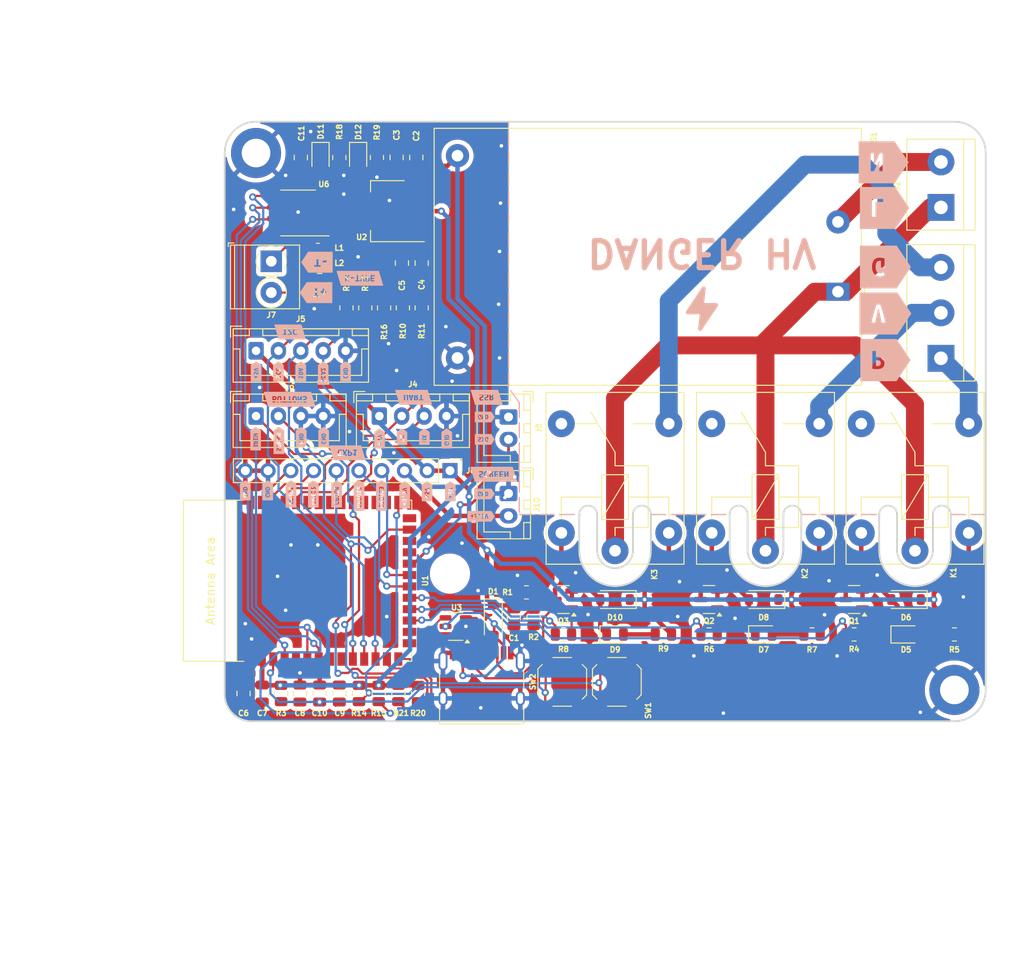
<source format=kicad_pcb>
(kicad_pcb (version 20240108) (generator "pcbnew") (generator_version "8.0")
  (title_block (title "Gaggimate Controller PCB") (date "2024-11-24") (rev "1.0"))
  (layers (0 "F.Cu" signal) (31 "B.Cu" signal) (34 "B.Paste" user) (35 "F.Paste" user) (36 "B.SilkS" user "B.Silkscreen") (37 "F.SilkS" user "F.Silkscreen") (38 "B.Mask" user) (39 "F.Mask" user) (44 "Edge.Cuts" user))
  (net 0 "")
  (net 1 "+5V")
  (net 2 "Net-(D1-A)")
  (net 3 "GND")
  (net 4 "Net-(J1-CC1)")
  (net 5 "/USB_DP")
  (net 7 "Net-(J1-CC2)")
  (net 9 "LINE")
  (net 10 "NEUT")
  (net 11 "/LINE_PUMP")
  (net 12 "/LINE_VALVE")
  (net 13 "/LINE_GRINDER")
  (net 15 "+3.3V")
  (net 16 "/CHIP_PU")
  (net 17 "/SPI_MISO")
  (net 18 "/SPI_MOSI")
  (net 19 "/SPI_CLK")
  (net 20 "/MAX_CS")
  (net 21 "/SCL")
  (net 22 "/SDA")
  (net 23 "/RELAY_PUMP")
  (net 26 "/RELAY_VALVE")
  (net 27 "/RELAY_GRINDER")
  (net 28 "/GPIO12")
  (net 29 "/GPIO13")
  (net 30 "/SSR")
  (net 31 "/GPIO41")
  (net 32 "/GPIO42")
  (net 33 "/GPIO47")
  (net 35 "/BOOT")
  (net 39 "/SDA2")
  (net 40 "/GPIO21")
  (net 41 "/GPIO40")
  (net 42 "/UART_RX0")
  (net 43 "/UART_TX0")
  (net 44 "/GPIO2")
  (net 45 "/GPIO1")
  (net 46 "Net-(D5-A)")
  (net 47 "Net-(D7-A)")
  (net 48 "Net-(D9-A)")
  (net 49 "Net-(D5-K)")
  (net 50 "Net-(D10-A)")
  (net 51 "Net-(Q1-B)")
  (net 52 "Net-(Q2-B)")
  (net 53 "Net-(Q3-B)")
  (net 56 "/USB_DN")
  (net 57 "/GPIO8")
  (net 58 "Net-(J7-Pin_1)")
  (net 59 "Net-(J7-Pin_2)")
  (net 60 "Net-(U6-T+)")
  (net 61 "Net-(U6-T-)")
  (net 62 "Net-(D11-K)")
  (net 63 "Net-(D12-K)")
  (net 64 "Net-(D7-K)")
  (net 65 "/BTN_BREW")
  (net 66 "/BTN_STEAM")
  (net 67 "/GPIO16")
  (net 68 "/GPIO15")
  (net 69 "/USB_UF_DP")
  (net 70 "/USB_UF_DN")
  (footprint "MountingHole:MountingHole_2.5mm" (layer "F.Cu") (at 186.86 76.6)
    (property "Reference" "REF**" (hide yes))
    (property "Value" "MountingHole_2.5mm" (hide yes))
  )
  (footprint "Button_Switch_SMD:SW_SPST_SKQG_WithStem" (layer "F.Cu") (at 205.5 88.7 -90)
    (property "Reference" "SW1")
    (property "Value" "SW_Push" (hide yes))
  )
  (footprint "Connector_JST:JST_XH_B2B-XH-A_1x02_P2.50mm_Vertical" (layer "F.Cu") (at 193.4 67.65 -90)
    (property "Reference" "J10")
    (property "Value" "Conn_01x02" (hide yes))
  )
  (footprint "Capacitor_SMD:C_0805_2012Metric" (layer "F.Cu") (at 180.9 30.1 90)
    (property "Reference" "C3")
    (property "Value" "0.1uF" (hide yes))
  )
  (footprint "Package_TO_SOT_SMD:SOT-23" (layer "F.Cu") (at 199.5375 79.5 180)
    (property "Reference" "Q3")
    (property "Value" "MMBT2222A" (hide yes))
  )
  (footprint "PCM_Espressif:ESP32-S3-WROOM-1" (layer "F.Cu") (at 172.84 77.4 90)
    (property "Reference" "U1")
    (property "Value" "ESP32-S3-WROOM-1" (hide yes))
  )
  (footprint "Relay_THT:Relay_SPDT_Finder_36.11" (layer "F.Cu") (at 238.8 74.05 90)
    (property "Reference" "K1")
    (property "Value" "Relay_SPDT" (hide yes))
  )
  (footprint "Fiducial:Fiducial_0.5mm_Mask1.5mm" (layer "F.Cu") (at 245.2 77.5)
    (property "Reference" "REF**" (hide yes))
    (property "Value" "Fiducial_0.5mm_Mask1.5mm" (hide yes))
  )
  (footprint "Button_Switch_SMD:SW_SPST_SKQG_WithStem" (layer "F.Cu") (at 199.4 88.7 -90)
    (property "Reference" "SW2")
    (property "Value" "SW_Push" (hide yes))
  )
  (footprint "Resistor_SMD:R_0805_2012Metric" (layer "F.Cu") (at 181.6 46.9 -90)
    (property "Reference" "R10")
    (property "Value" "10K" (hide yes))
  )
  (footprint "Resistor_SMD:R_0805_2012Metric" (layer "F.Cu") (at 175.3 46.9 -90)
    (property "Reference" "R12")
    (property "Value" "10K" (hide yes))
  )
  (footprint "LED_SMD:LED_0805_2012Metric" (layer "F.Cu") (at 176.6 30.1 -90)
    (property "Reference" "D12")
    (property "Value" "LED" (hide yes))
  )
  (footprint "LED_SMD:LED_0805_2012Metric" (layer "F.Cu") (at 237.8 83.4)
    (property "Reference" "D5")
    (property "Value" "LED" (hide yes))
  )
  (footprint "Capacitor_SMD:C_0805_2012Metric" (layer "F.Cu") (at 170.2 30.1 90)
    (property "Reference" "C11")
    (property "Value" "1uF" (hide yes))
  )
  (footprint "Connector_JST:JST_XH_B4B-XH-A_1x04_P2.50mm_Vertical" (layer "F.Cu") (at 165.2 59)
    (property "Reference" "J9")
    (property "Value" "Conn_01x04" (hide yes))
  )
  (footprint "Package_TO_SOT_SMD:SOT-23-6" (layer "F.Cu") (at 187.5 82.5 180)
    (property "Reference" "U3")
    (property "Value" "USBLC6-2SC6" (hide yes))
  )
  (footprint "TerminalBlock:TerminalBlock_bornier-3_P5.08mm" (layer "F.Cu") (at 241.7 52.54 90)
    (property "Reference" "J3")
    (property "Value" "Conn_01x03" (hide yes))
  )
  (footprint "Relay_THT:Relay_SPDT_Finder_36.11" (layer "F.Cu") (at 205.3 74.05 90)
    (property "Reference" "K3")
    (property "Value" "Relay_SPDT" (hide yes))
  )
  (footprint "Fiducial:Fiducial_0.5mm_Mask1.5mm" (layer "F.Cu") (at 179.5 40.9)
    (property "Reference" "REF**" (hide yes))
    (property "Value" "Fiducial_0.5mm_Mask1.5mm" (hide yes))
  )
  (footprint "Connector_JST:JST_XH_B5B-XH-A_1x05_P2.50mm_Vertical" (layer "F.Cu") (at 165.2 51.7)
    (property "Reference" "J5")
    (property "Value" "Conn_01x05" (hide yes))
  )
  (footprint "Resistor_SMD:R_0805_2012Metric" (layer "F.Cu") (at 210.7 83.4)
    (property "Reference" "R9")
    (property "Value" "150R" (hide yes))
  )
  (footprint "Package_TO_SOT_SMD:SOT-23" (layer "F.Cu") (at 215.8 79.5 180)
    (property "Reference" "Q2")
    (property "Value" "MMBT2222A" (hide yes))
  )
  (footprint "MountingHole:MountingHole_3.2mm_M3_DIN965_Pad_TopBottom" (layer "F.Cu") (at 165.2 29.6)
    (property "Reference" "H1" (hide yes))
    (property "Value" "MountingHole_Pad" (hide yes))
  )
  (footprint "Diode_SMD:D_SOD-123" (layer "F.Cu") (at 191.7 81.8 -90)
    (property "Reference" "D1")
    (property "Value" "1N5819" (hide yes))
  )
  (footprint "Capacitor_SMD:C_0805_2012Metric" (layer "F.Cu") (at 174.5 90 90)
    (property "Reference" "C9")
    (property "Value" "0.1uF" (hide yes))
  )
  (footprint "Resistor_SMD:R_0805_2012Metric" (layer "F.Cu") (at 178.7 30.1 -90)
    (property "Reference" "R19")
    (property "Value" "150R" (hide yes))
  )
  (footprint "Resistor_SMD:R_0805_2012Metric" (layer "F.Cu") (at 227.3 83.4)
    (property "Reference" "R7")
    (property "Value" "150R" (hide yes))
  )
  (footprint "Fiducial:Fiducial_0.5mm_Mask1.5mm" (layer "F.Cu") (at 163 33.6)
    (property "Reference" "REF**" (hide yes))
    (property "Value" "Fiducial_0.5mm_Mask1.5mm" (hide yes))
  )
  (footprint "Resistor_SMD:R_0805_2012Metric" (layer "F.Cu") (at 232 83.4 180)
    (property "Reference" "R4")
    (property "Value" "1K" (hide yes))
  )
  (footprint "Resistor_SMD:R_0805_2012Metric" (layer "F.Cu") (at 199.5375 83.4 180)
    (property "Reference" "R8")
    (property "Value" "1K" (hide yes))
  )
  (footprint "Resistor_SMD:R_0805_2012Metric" (layer "F.Cu") (at 178.9 90 -90)
    (property "Reference" "R15")
    (property "Value" "10K" (hide yes))
  )
  (footprint "TerminalBlock_Phoenix:TerminalBlock_Phoenix_PT-1,5-2-3.5-H_1x02_P3.50mm_Horizontal" (layer "F.Cu") (at 166.9 41.7 -90)
    (property "Reference" "J7")
    (property "Value" "Conn_01x02" (hide yes))
  )
  (footprint "Diode_SMD:D_SOD-123" (layer "F.Cu") (at 221.9 79.5 180)
    (property "Reference" "D8")
    (property "Value" "1N4148W" (hide yes))
  )
  (footprint "Package_SO:SOIC-8_3.9x4.9mm_P1.27mm" (layer "F.Cu") (at 169.9 36.3 180)
    (property "Reference" "U6")
    (property "Value" "MAX31855EASA" (hide yes))
  )
  (footprint "Connector_JST:JST_XH_B4B-XH-A_1x04_P2.50mm_Vertical" (layer "F.Cu") (at 178.97 59)
    (property "Reference" "J4")
    (property "Value" "Conn_01x04" (hide yes))
  )
  (footprint "Resistor_SMD:R_0805_2012Metric" (layer "F.Cu") (at 176.7 90 -90)
    (property "Reference" "R14")
    (property "Value" "10K" (hide yes))
  )
  (footprint "LED_SMD:LED_0805_2012Metric" (layer "F.Cu") (at 172.4 30.1 -90)
    (property "Reference" "D11")
    (property "Value" "LED" (hide yes))
  )
  (footprint "Capacitor_SMD:C_0805_2012Metric" (layer "F.Cu") (at 172.3 90 90)
    (property "Reference" "C10")
    (property "Value" "0.1uF" (hide yes))
  )
  (footprint "MountingHole:MountingHole_3.2mm_M3_DIN965_Pad_TopBottom" (layer "F.Cu") (at 243.2 89.6)
    (property "Reference" "H1" (hide yes))
    (property "Value" "MountingHole_Pad" (hide yes))
  )
  (footprint "Package_TO_SOT_SMD:SOT-23" (layer "F.Cu") (at 232 79.5 180)
    (property "Reference" "Q1")
    (property "Value" "MMBT2222A" (hide yes))
  )
  (footprint "Resistor_SMD:R_0805_2012Metric" (layer "F.Cu") (at 215.8 83.4 180)
    (property "Reference" "R6")
    (property "Value" "1K" (hide yes))
  )
  (footprint "Capacitor_SMD:C_0805_2012Metric" (layer "F.Cu") (at 194 81.5 -90)
    (property "Reference" "C1")
    (property "Value" "10uF" (hide yes))
  )
  (footprint "Diode_SMD:D_SOD-123" (layer "F.Cu") (at 205.3 79.5 180)
    (property "Reference" "D10")
    (property "Value" "1N4148W" (hide yes))
  )
  (footprint "Connector_USB:USB_C_Receptacle_HRO_TYPE-C-31-M-12" (layer "F.Cu") (at 190.4 89.5)
    (property "Reference" "J1" (hide yes))
    (property "Value" "USB_C_Receptacle" (hide yes))
  )
  (footprint "Capacitor_SMD:C_0805_2012Metric" (layer "F.Cu") (at 163.8 90 -90)
    (property "Reference" "C6")
    (property "Value" "10uF" (hide yes))
  )
  (footprint "Resistor_SMD:R_0805_2012Metric" (layer "F.Cu") (at 177.4 46.9 -90)
    (property "Reference" "R13")
    (property "Value" "10K" (hide yes))
  )
  (footprint "Converter_ACDC:Converter_ACDC_HiLink_HLK-10Mxx" (layer "F.Cu") (at 230.2 45.1 180)
    (property "Reference" "PS1")
    (property "Value" "HLK-10M05" (hide yes))
  )
  (footprint "Capacitor_SMD:C_0805_2012Metric" (layer "F.Cu") (at 183.7 41.9 -90)
    (property "Reference" "C4")
    (property "Value" "22uF" (hide yes))
  )
  (footprint "Resistor_SMD:R_0805_2012Metric" (layer "F.Cu") (at 195.4 78.7)
    (property "Reference" "R1")
    (property "Value" "5.1K" (hide yes))
  )
  (footprint "Inductor_SMD:L_0603_1608Metric" (layer "F.Cu") (at 172.1 41.9)
    (property "Reference" "L2")
    (property "Value" "470R" (hide yes))
  )
  (footprint "Resistor_SMD:R_0805_2012Metric" (layer "F.Cu") (at 183.7 46.9 -90)
    (property "Reference" "R11")
    (property "Value" "10K" (hide yes))
  )
  (footprint "Resistor_SMD:R_0805_2012Metric" (layer "F.Cu") (at 179.5 46.9 -90)
    (property "Reference" "R16")
    (property "Value" "10K" (hide yes))
  )
  (footprint "Connector_JST:JST_XH_B2B-XH-A_1x02_P2.50mm_Vertical" (layer "F.Cu") (at 193.4 59.1 -90)
    (property "Reference" "J8")
    (property "Value" "Conn_01x02" (hide yes))
  )
  (footprint "Resistor_SMD:R_0805_2012Metric" (layer "F.Cu") (at 181.1 90 -90)
    (property "Reference" "R21")
    (property "Value" "10K" (hide yes))
  )
  (footprint "Resistor_SMD:R_0805_2012Metric" (layer "F.Cu") (at 183.3 90.0125 -90)
    (property "Reference" "R20")
    (property "Value" "10K" (hide yes))
  )
  (footprint "Resistor_SMD:R_0805_2012Metric" (layer "F.Cu") (at 196.2 81.5 -90)
    (property "Reference" "R2")
    (property "Value" "5.1K" (hide yes))
  )
  (footprint "Connector_PinHeader_2.54mm:PinHeader_1x10_P2.54mm_Vertical" (layer "F.Cu") (at 186.86 65.1 -90)
    (property "Reference" "J6")
    (property "Value" "Conn_01x10" (hide yes))
  )
  (footprint "Capacitor_SMD:C_0805_2012Metric" (layer "F.Cu") (at 183.1 30.1 90)
    (property "Reference" "C2")
    (property "Value" "10uF" (hide yes))
  )
  (footprint "Capacitor_SMD:C_0805_2012Metric" (layer "F.Cu") (at 170.1 90 90)
    (property "Reference" "C8")
    (property "Value" "1uF" (hide yes))
  )
  (footprint "LED_SMD:LED_0805_2012Metric" (layer "F.Cu") (at 221.9 83.4)
    (property "Reference" "D7")
    (property "Value" "LED" (hide yes))
  )
  (footprint "TerminalBlock:TerminalBlock_bornier-2_P5.08mm" (layer "F.Cu") (at 241.7 35.68 90)
    (property "Reference" "J2")
    (property "Value" "Conn_01x02" (hide yes))
  )
  (footprint "Capacitor_SMD:C_0805_2012Metric" (layer "F.Cu") (at 181.49 41.9 -90)
    (property "Reference" "C5")
    (property "Value" "0.1uF" (hide yes))
  )
  (footprint "Capacitor_SMD:C_0805_2012Metric" (layer "F.Cu") (at 165.89 90 -90)
    (property "Reference" "C7")
    (property "Value" "0.1uF" (hide yes))
  )
  (footprint "Package_TO_SOT_SMD:SOT-223-3_TabPin2" (layer "F.Cu") (at 179.9 36.1 180)
    (property "Reference" "U2")
    (property "Value" "AMS1117-3.3" (hide yes))
  )
  (footprint "Resistor_SMD:R_0805_2012Metric" (layer "F.Cu") (at 243.2 83.4)
    (property "Reference" "R5")
    (property "Value" "150R" (hide yes))
  )
  (footprint "Relay_THT:Relay_SPDT_Finder_36.11" (layer "F.Cu") (at 222.1 74.05 90)
    (property "Reference" "K2")
    (property "Value" "Relay_SPDT" (hide yes))
  )
  (footprint "LED_SMD:LED_0805_2012Metric" (layer "F.Cu") (at 205.3 83.4)
    (property "Reference" "D9")
    (property "Value" "LED" (hide yes))
  )
  (footprint "Resistor_SMD:R_0805_2012Metric" (layer "F.Cu") (at 168 90 -90)
    (property "Reference" "R3")
    (property "Value" "10K" (hide yes))
  )
  (footprint "Diode_SMD:D_SOD-123" (layer "F.Cu") (at 237.8 79.5 180)
    (property "Reference" "D6")
    (property "Value" "1N4148W" (hide yes))
  )
  (footprint "Inductor_SMD:L_0603_1608Metric" (layer "F.Cu") (at 172.1 40.2)
    (property "Reference" "L1")
    (property "Value" "470R" (hide yes))
  )
  (footprint "Resistor_SMD:R_0805_2012Metric" (layer "F.Cu") (at 174.5 30.1 -90)
    (property "Reference" "R18")
    (property "Value" "68R" (hide yes))
  )
  (footprint "Capacitor_SMD:C_0805_2012Metric" (layer "F.Cu") (at 172.3 43.8)
    (property "Reference" "C14")
    (property "Value" "10nF" (hide yes))
  )
  (footprint "kibuzzard-6732266F" (layer "B.Cu") (at 169.1 67.7 90)
    (property "Reference" "kibuzzard-6732266F" (hide yes))
    (property "Value" "G***" (hide yes))
  )
  (footprint "kibuzzard-67322650" (layer "B.Cu") (at 186.9 67.4 90)
    (property "Reference" "kibuzzard-67322650" (hide yes))
    (property "Value" "G***" (hide yes))
  )
  (footprint "kibuzzard-67322749" (layer "B.Cu") (at 191.75 65.5)
    (property "Reference" "kibuzzard-67322749" (hide yes))
    (property "Value" "G***" (hide yes))
  )
  (footprint "kibuzzard-67322796" (layer "B.Cu") (at 235.5 42.34)
    (property "Reference" "kibuzzard-67322796" (hide yes))
    (property "Value" "G***" (hide yes))
  )
  (footprint "kibuzzard-6735A9FB" (layer "B.Cu") (at 235.3 30.64)
    (property "Reference" "kibuzzard-6735A9FB" (hide yes))
    (property "Value" "G***" (hide yes))
  )
  (footprint "kibuzzard-67322681" (layer "B.Cu") (at 171.6 67.7 90)
    (property "Reference" "kibuzzard-67322681" (hide yes))
    (property "Value" "G***" (hide yes))
  )
  (footprint "kibuzzard-6732279D" (layer "B.Cu") (at 235.5 52.74)
    (property "Reference" "kibuzzard-6732279D" (hide yes))
    (property "Value" "G***" (hide yes))
  )
  (footprint "kibuzzard-67322755" (layer "B.Cu") (at 169 49.6)
    (property "Reference" "kibuzzard-67322755" (hide yes))
    (property "Value" "G***" (hide yes))
  )
  (footprint "kibuzzard-6735A9F6" (layer "B.Cu") (at 235.4 35.74)
    (property "Reference" "kibuzzard-6735A9F6" (hide yes))
    (property "Value" "G***" (hide yes))
  )
  (footprint "kibuzzard-673226D2" (layer "B.Cu") (at 190.75 61.6)
    (property "Reference" "kibuzzard-673226D2" (hide yes))
    (property "Value" "G***" (hide yes))
  )
  (footprint "kibuzzard-67322649" (layer "B.Cu") (at 166.5 67.3 90)
    (property "Reference" "kibuzzard-67322649" (hide yes))
    (property "Value" "G***" (hide yes))
  )
  (footprint "kibuzzard-6732270D" (layer "B.Cu") (at 181.5 61.3 90)
    (property "Reference" "kibuzzard-6732270D" (hide yes))
    (property "Value" "G***" (hide yes))
  )
  (footprint "kibuzzard-67322649" (layer "B.Cu") (at 172.75 61.325 90)
    (property "Reference" "kibuzzard-67322649" (hide yes))
    (property "Value" "G***" (hide yes))
  )
  (footprint "kibuzzard-673226BE" (layer "B.Cu") (at 167.75 61.725 90)
    (property "Reference" "kibuzzard-673226BE" (hide yes))
    (property "Value" "G***" (hide yes))
  )
  (footprint "kibuzzard-67322833" (layer "B.Cu") (at 190.95 56.9)
    (property "Reference" "kibuzzard-67322833" (hide yes))
    (property "Value" "G***" (hide yes))
  )
  (footprint "kibuzzard-67426AC2" (layer "B.Cu") (at 172.7 54.2 90)
    (property "Reference" "kibuzzard-67426AC2" (hide yes))
    (property "Value" "G***" (hide yes))
  )
  (footprint "kibuzzard-67322650" (layer "B.Cu") (at 165.2 54 90)
    (property "Reference" "kibuzzard-67322650" (hide yes))
    (property "Value" "G***" (hide yes))
  )
  (footprint "kibuzzard-67322650" (layer "B.Cu") (at 184.3 67.4 90)
    (property "Reference" "kibuzzard-67322650" (hide yes))
    (property "Value" "G***" (hide yes))
  )
  (footprint "kibuzzard-6732277B" (layer "B.Cu") (at 175.4 63.1)
    (property "Reference" "kibuzzard-6732277B" (hide yes))
    (property "Value" "G***" (hide yes))
  )
  (footprint "kibuzzard-67322649" (layer "B.Cu") (at 164 67.3 90)
    (property "Reference" "kibuzzard-67322649" (hide yes))
    (property "Value" "G***" (hide yes))
  )
  (footprint "kibuzzard-67322783" (layer "B.Cu") (at 176.8 43.6)
    (property "Reference" "kibuzzard-67322783" (hide yes))
    (property "Value" "G***" (hide yes))
  )
  (footprint "kibuzzard-67322575" (layer "B.Cu") (at 172 41.8)
    (property "Reference" "kibuzzard-67322575" (hide yes))
    (property "Value" "G***" (hide yes))
  )
  (footprint "kibuzzard-673226A8" (layer "B.Cu") (at 179.2 67.870338 90)
    (property "Reference" "kibuzzard-673226A8" (hide yes))
    (property "Value" "G***" (hide yes))
  )
  (footprint "kibuzzard-67322649" (layer "B.Cu") (at 190.75 59.1)
    (property "Reference" "kibuzzard-67322649" (hide yes))
    (property "Value" "G***" (hide yes))
  )
  (footprint "kibuzzard-67322686" (layer "B.Cu") (at 174.2 67.7 90)
    (property "Reference" "kibuzzard-67322686" (hide yes))
    (property "Value" "G***" (hide yes))
  )
  (footprint "kibuzzard-67322649" (layer "B.Cu") (at 186.5 61.5 90)
    (property "Reference" "kibuzzard-67322649" (hide yes))
    (property "Value" "G***" (hide yes))
  )
  (footprint "kibuzzard-673226A0" (layer "B.Cu") (at 176.7 67.870338 90)
    (property "Reference" "kibuzzard-673226A0" (hide yes))
    (property "Value" "G***" (hide yes))
  )
  (footprint "kibuzzard-67322714" (layer "B.Cu") (at 184 61.3 90)
    (property "Reference" "kibuzzard-67322714" (hide yes))
    (property "Value" "G***" (hide yes))
  )
  (footprint "kibuzzard-67322649" (layer "B.Cu") (at 190.75 67.7)
    (property "Reference" "kibuzzard-67322649" (hide yes))
    (property "Value" "G***" (hide yes))
  )
  (footprint "kibuzzard-67322768" (layer "B.Cu") (at 168.95 57.125)
    (property "Reference" "kibuzzard-67322768" (hide yes))
    (property "Value" "G***" (hide yes))
  )
  (footprint "kibuzzard-6732257B" (layer "B.Cu") (at 171.9 45.2)
    (property "Reference" "kibuzzard-6732257B" (hide yes))
    (property "Value" "G***" (hide yes))
  )
  (footprint "kibuzzard-673226B7" (layer "B.Cu") (at 165.15 61.525 90)
    (property "Reference" "kibuzzard-673226B7" (hide yes))
    (property "Value" "G***" (hide yes))
  )
  (footprint "kibuzzard-673226AF" (layer "B.Cu") (at 190.35 70.2)
    (property "Reference" "kibuzzard-673226AF" (hide yes))
    (property "Value" "G***" (hide yes))
  )
  (footprint "kibuzzard-673226AF" (layer "B.Cu") (at 181.8 67.8 90)
    (property "Reference" "kibuzzard-673226AF" (hide yes))
    (property "Value" "G***" (hide yes))
  )
  (footprint "kibuzzard-6732261A" (layer "B.Cu") (at 167.7 54 90)
    (property "Reference" "kibuzzard-6732261A" (hide yes))
    (property "Value" "G***" (hide yes))
  )
  (footprint "kibuzzard-6732274F" (layer "B.Cu") (at 182.8 56.9)
    (property "Reference" "kibuzzard-6732274F" (hide yes))
    (property "Value" "G***" (hide yes))
  )
  (footprint "kibuzzard-67322655" (layer "B.Cu") (at 170.2 54 90)
    (property "Reference" "kibuzzard-67322655" (hide yes))
    (property "Value" "G***" (hide yes))
  )
  (footprint "kibuzzard-67322649" (layer "B.Cu") (at 175.2 54 90)
    (property "Reference" "kibuzzard-67322649" (hide yes))
    (property "Value" "G***" (hide yes))
  )
  (footprint "kibuzzard-67322650" (layer "B.Cu") (at 179 61.5 90)
    (property "Reference" "kibuzzard-67322650" (hide yes))
    (property "Value" "G***" (hide yes))
  )
  (footprint "kibuzzard-6732278E" (layer "B.Cu") (at 235.5 47.54)
    (property "Reference" "kibuzzard-6732278E" (hide yes))
    (property "Value" "G***" (hide yes))
  )
  (footprint "kibuzzard-67322649" (layer "B.Cu") (at 170.25 61.325 90)
    (property "Reference" "kibuzzard-67322649" (hide yes))
    (property "Value" "G***" (hide yes))
  )
  (gr_line (start 194.6 57.5) (end 194.6 63.6) (stroke (width 0.15) (type dash)) (layer "B.SilkS"))
  (gr_line (start 194.6 57.5) (end 193.399988 55.800009) (stroke (width 0.15) (type dash)) (layer "B.SilkS"))
  (gr_line (start 194.6 70) (end 201.4 70) (stroke (width 0.15) (type dash)) (layer "B.SilkS"))
  (gr_line (start 194.6 63.6) (end 194.6 70) (stroke (width 0.15) (type dash)) (layer "B.SilkS"))
  (gr_line (start 209.3 70) (end 218.1 70) (stroke (width 0.15) (type dash)) (layer "B.SilkS"))
  (gr_poly (pts (xy 214.787159 49.483257) (xy 214.777837 49.482558) (xy 214.768515 49.481466) (xy 214.759203 49.479979) (xy 214.749914 49.478092) (xy 214.740658 49.475802) (xy 214.731447 49.473105) (xy 214.722292 49.469998) (xy 214.71364 49.466583) (xy 214.705191 49.462842) (xy 214.696951 49.458786) (xy 214.688927 49.454422) (xy 214.681124 49.44976) (xy 214.673548 49.444808) (xy 214.666205 49.439577) (xy 214.659101 49.434074) (xy 214.652242 49.42831) (xy 214.645633 49.422292) (xy 214.63928 49.416031) (xy 214.63319 49.409535) (xy 214.627368 49.402813) (xy 214.621821 49.395874) (xy 214.616553 49.388727) (xy 214.611571 49.381382) (xy 214.606881 49.373847) (xy 214.602488 49.366132) (xy 214.598399 49.358245) (xy 214.594619 49.350195) (xy 214.591155 49.341992) (xy 214.588012 49.333645) (xy 214.585196 49.325162) (xy 214.582712 49.316553) (xy 214.580568 49.307827) (xy 214.578768 49.298992) (xy 214.577319 49.290059) (xy 214.576226 49.281035) (xy 214.575496 49.27193) (xy 214.575133 49.262753) (xy 214.575145 49.253514) (xy 214.575537 49.24422) (xy 214.749386 47.632166) (xy 213.419554 47.632166) (xy 213.403969 47.631653) (xy 213.388587 47.630085) (xy 213.373454 47.627488) (xy 213.358616 47.623889) (xy 213.344116 47.619316) (xy 213.33 47.613796) (xy 213.316313 47.607355) (xy 213.303101 47.600021) (xy 213.290409 47.591821) (xy 213.278281 47.582782) (xy 213.266762 47.572931) (xy 213.255898 47.562294) (xy 213.245734 47.5509) (xy 213.236315 47.538774) (xy 213.227686 47.525945) (xy 213.219892 47.512438) (xy 213.213046 47.498428) (xy 213.207227 47.484103) (xy 213.202434 47.469516) (xy 213.198663 47.45472) (xy 213.195912 47.439767) (xy 213.194178 47.42471) (xy 213.193458 47.409601) (xy 213.19375 47.394493) (xy 213.19505 47.379438) (xy 213.197356 47.364488) (xy 213.200665 47.349697) (xy 213.204974 47.335117) (xy 213.210281 47.3208) (xy 213.216582 47.306798) (xy 213.223876 47.293165) (xy 213.232159 47.279953) (xy 215.013546 44.615775) (xy 215.021756 44.604405) (xy 215.030592 44.593638) (xy 215.040021 44.583493) (xy 215.050007 44.573988) (xy 215.060518 44.565141) (xy 215.071518 44.556971) (xy 215.082974 44.549494) (xy 215.094852 44.54273) (xy 215.107116 44.536696) (xy 215.119734 44.531411) (xy 215.132671 44.526892) (xy 215.145892 44.523158) (xy 215.159364 44.520227) (xy 215.173052 44.518117) (xy 215.186923 44.516847) (xy 215.200941 44.516433) (xy 215.205847 44.516492) (xy 215.210747 44.516658) (xy 215.215638 44.51693) (xy 215.220519 44.517307) (xy 215.225389 44.51779) (xy 215.230246 44.518378) (xy 215.235087 44.519071) (xy 215.239912 44.519869) (xy 215.244719 44.520771) (xy 215.249505 44.521777) (xy 215.254269 44.522886) (xy 215.259011 44.5241) (xy 215.263726 44.525416) (xy 215.268415 44.526835) (xy 215.273075 44.528356) (xy 215.277705 44.52998) (xy 215.286755 44.533514) (xy 215.29558 44.537401) (xy 215.304176 44.541632) (xy 215.312534 44.546196) (xy 215.32065 44.551082) (xy 215.328516 44.556281) (xy 215.336127 44.561781) (xy 215.343475 44.567573) (xy 215.350554 44.573645) (xy 215.357359 44.579989) (xy 215.363882 44.586593) (xy 215.370117 44.593447) (xy 215.376057 44.60054) (xy 215.381697 44.607863) (xy 215.38703 44.615404) (xy 215.392048 44.623154) (xy 215.396747 44.631102) (xy 215.40112 44.639238) (xy 215.405159 44.647551) (xy 215.40886 44.656031) (xy 215.412214 44.664668) (xy 215.415217 44.673451) (xy 215.41786 44.68237) (xy 215.420139 44.691415) (xy 215.422047 44.700575) (xy 215.423576 44.709839) (xy 215.424722 44.719198) (xy 215.425477 44.728641) (xy 215.425834 44.738158) (xy 215.425789 44.747738) (xy 215.425333 44.757371) (xy 215.424461 44.767047) (xy 215.250612 46.367811) (xy 216.580443 46.367811) (xy 216.596029 46.368324) (xy 216.61141 46.369893) (xy 216.626543 46.37249) (xy 216.641382 46.376089) (xy 216.655882 46.380661) (xy 216.669998 46.386182) (xy 216.683684 46.392622) (xy 216.696896 46.399956) (xy 216.709589 46.408156) (xy 216.721717 46.417195) (xy 216.733235 46.427047) (xy 216.744099 46.437683) (xy 216.754263 46.449078) (xy 216.763682 46.461203) (xy 216.772311 46.474033) (xy 216.780105 46.487539) (xy 216.786952 46.50155) (xy 216.79277 46.515875) (xy 216.797563 46.530461) (xy 216.801334 46.545257) (xy 216.804085 46.56021) (xy 216.805819 46.575268) (xy 216.806539 46.590377) (xy 216.806248 46.605485) (xy 216.804948 46.62054) (xy 216.802642 46.635489) (xy 216.799333 46.65028) (xy 216.795024 46.664861) (xy 216.789717 46.679178) (xy 216.783415 46.693179) (xy 216.776122 46.706812) (xy 216.767839 46.720024) (xy 214.986452 49.384202) (xy 214.98087 49.392096) (xy 214.975002 49.39969) (xy 214.968858 49.406982) (xy 214.96245 49.413967) (xy 214.955789 49.420642) (xy 214.948887 49.427003) (xy 214.941756 49.433046) (xy 214.934406 49.438768) (xy 214.92685 49.444164) (xy 214.919098 49.449232) (xy 214.911162 49.453967) (xy 214.903054 49.458366) (xy 214.894785 49.462425) (xy 214.886366 49.46614) (xy 214.877809 49.469508) (xy 214.869125 49.472524) (xy 214.860326 49.475186) (xy 214.851424 49.477489) (xy 214.842428 49.479429) (xy 214.833352 49.481004) (xy 214.824207 49.482209) (xy 214.815003 49.483041) (xy 214.805753 49.483495) (xy 214.796468 49.483568)) (stroke (width -0.000001)) (fill solid) (layer "B.SilkS"))
  (gr_line (start 193.4 55.8) (end 193.4 26.1) (stroke (width 0.15) (type dash)) (layer "B.SilkS"))
  (gr_line (start 226.1 70) (end 234.8 70) (stroke (width 0.15) (type dash)) (layer "B.SilkS"))
  (gr_line (start 242.8 70) (end 246.7 70) (stroke (width 0.15) (type dash)) (layer "B.SilkS"))
  (gr_arc (start 234.8 70) (mid 235.092893 69.292893) (end 235.8 69) (stroke (width 0.2)) (layer "Edge.Cuts"))
  (gr_arc (start 207.3 74) (mid 205.3 76) (end 203.3 74) (stroke (width 0.2)) (layer "Edge.Cuts"))
  (gr_line (start 218.1 70) (end 218.1 74) (stroke (width 0.2)) (layer "Edge.Cuts"))
  (gr_arc (start 246.7 89.6) (mid 245.674874 92.074873) (end 243.2 93.1) (stroke (width 0.2)) (layer "Edge.Cuts"))
  (gr_arc (start 241.8 69) (mid 242.507107 69.292893) (end 242.8 70) (stroke (width 0.2)) (layer "Edge.Cuts"))
  (gr_arc (start 207.3 70) (mid 207.592893 69.292893) (end 208.3 69) (stroke (width 0.2)) (layer "Edge.Cuts"))
  (gr_line (start 161.7 29.6) (end 161.7 90.1) (stroke (width 0.2)) (layer "Edge.Cuts"))
  (gr_line (start 220.1 74) (end 220.1 70) (stroke (width 0.2)) (layer "Edge.Cuts"))
  (gr_arc (start 164.7 93.1) (mid 162.578679 92.221321) (end 161.7 90.1) (stroke (width 0.2)) (layer "Edge.Cuts"))
  (gr_arc (start 202.3 69) (mid 203.007107 69.292893) (end 203.3 70) (stroke (width 0.2)) (layer "Edge.Cuts"))
  (gr_arc (start 240.8 74) (mid 238.8 76) (end 236.8 74) (stroke (width 0.2)) (layer "Edge.Cuts"))
  (gr_arc (start 201.3 70) (mid 201.592893 69.292893) (end 202.3 69) (stroke (width 0.2)) (layer "Edge.Cuts"))
  (gr_arc (start 226.1 74) (mid 224.928427 76.828427) (end 222.1 78) (stroke (width 0.2)) (layer "Edge.Cuts"))
  (gr_line (start 201.3 70) (end 201.3 74) (stroke (width 0.2)) (layer "Edge.Cuts"))
  (gr_line (start 207.3 74) (end 207.3 70) (stroke (width 0.2)) (layer "Edge.Cuts"))
  (gr_line (start 209.3 74) (end 209.3 70) (stroke (width 0.2)) (layer "Edge.Cuts"))
  (gr_arc (start 205.3 78) (mid 202.471573 76.828427) (end 201.3 74) (stroke (width 0.2)) (layer "Edge.Cuts"))
  (gr_arc (start 222.1 78) (mid 219.271573 76.828427) (end 218.1 74) (stroke (width 0.2)) (layer "Edge.Cuts"))
  (gr_line (start 236.8 74) (end 236.8 70) (stroke (width 0.2)) (layer "Edge.Cuts"))
  (gr_arc (start 242.8 74) (mid 241.628427 76.828427) (end 238.8 78) (stroke (width 0.2)) (layer "Edge.Cuts"))
  (gr_arc (start 238.8 78) (mid 235.971573 76.828427) (end 234.8 74) (stroke (width 0.2)) (layer "Edge.Cuts"))
  (gr_line (start 246.7 89.6) (end 246.7 29.6) (stroke (width 0.2)) (layer "Edge.Cuts"))
  (gr_arc (start 209.3 74) (mid 208.128427 76.828427) (end 205.3 78) (stroke (width 0.2)) (layer "Edge.Cuts"))
  (gr_line (start 240.8 74) (end 240.8 70) (stroke (width 0.2)) (layer "Edge.Cuts"))
  (gr_arc (start 240.8 70) (mid 241.092893 69.292893) (end 241.8 69) (stroke (width 0.2)) (layer "Edge.Cuts"))
  (gr_line (start 164.7 93.1) (end 243.2 93.1) (stroke (width 0.2)) (layer "Edge.Cuts"))
  (gr_arc (start 243.2 26.1) (mid 245.674873 27.125126) (end 246.7 29.6) (stroke (width 0.2)) (layer "Edge.Cuts"))
  (gr_arc (start 208.3 69) (mid 209.007107 69.292893) (end 209.3 70) (stroke (width 0.2)) (layer "Edge.Cuts"))
  (gr_line (start 203.3 74) (end 203.3 70) (stroke (width 0.2)) (layer "Edge.Cuts"))
  (gr_arc (start 235.8 69) (mid 236.507107 69.292893) (end 236.8 70) (stroke (width 0.2)) (layer "Edge.Cuts"))
  (gr_arc (start 219.1 69) (mid 219.807107 69.292893) (end 220.1 70) (stroke (width 0.2)) (layer "Edge.Cuts"))
  (gr_arc (start 224.1 74) (mid 222.1 76) (end 220.1 74) (stroke (width 0.2)) (layer "Edge.Cuts"))
  (gr_line (start 242.8 74) (end 242.8 70) (stroke (width 0.2)) (layer "Edge.Cuts"))
  (gr_arc (start 224.1 70) (mid 224.392893 69.292893) (end 225.1 69) (stroke (width 0.2)) (layer "Edge.Cuts"))
  (gr_line (start 224.1 74) (end 224.1 70) (stroke (width 0.2)) (layer "Edge.Cuts"))
  (gr_line (start 226.1 74) (end 226.1 70) (stroke (width 0.2)) (layer "Edge.Cuts"))
  (gr_arc (start 218.1 70) (mid 218.392893 69.292893) (end 219.1 69) (stroke (width 0.2)) (layer "Edge.Cuts"))
  (gr_arc (start 225.1 69) (mid 225.807107 69.292893) (end 226.1 70) (stroke (width 0.2)) (layer "Edge.Cuts"))
  (gr_arc (start 161.7 29.6) (mid 162.725126 27.125127) (end 165.2 26.1) (stroke (width 0.2)) (layer "Edge.Cuts"))
  (gr_line (start 243.2 26.1) (end 165.2 26.1) (stroke (width 0.2)) (layer "Edge.Cuts"))
  (gr_line (start 234.8 70) (end 234.8 74) (stroke (width 0.2)) (layer "Edge.Cuts"))
  (gr_text "DANGER HV" (at 215 39 180) (layer "B.SilkS") (effects (font (size 3 3) (thickness 0.6) (bold yes)) (justify bottom mirror)))
  (segment (start 177.3 33.4) (end 180.5 33.4) (width 0.5) (layer "F.Cu") (net 1))
  (segment (start 206.95 79.5) (end 208.6 79.5) (width 0.5) (layer "F.Cu") (net 1))
  (segment (start 211.3 75.9125) (end 211.3 72.05) (width 0.5) (layer "F.Cu") (net 1))
  (segment (start 178.97 59) (end 175.67 55.7) (width 0.5) (layer "F.Cu") (net 1))
  (segment (start 189 68) (end 189 67.24) (width 0.5) (layer "F.Cu") (net 1))
  (segment (start 180.5 33.4) (end 180.9 33) (width 0.5) (layer "F.Cu") (net 1))
  (segment (start 223.55 79.5) (end 225 79.5) (width 0.5) (layer "F.Cu") (net 1))
  (segment (start 225 79.5) (end 225 80.1875) (width 0.5) (layer "F.Cu") (net 1))
  (segment (start 225 79.5) (end 225 78.8125) (width 0.5) (layer "F.Cu") (net 1))
  (segment (start 176.6 31.0375) (end 176.6 32.7) (width 0.5) (layer "F.Cu") (net 1))
  (segment (start 208.6 79.5) (end 208.6 78.6125) (width 0.5) (layer "F.Cu") (net 1))
  (segment (start 183.1 31.05) (end 186.55 31.05) (width 0.5) (layer "F.Cu") (net 1))
  (segment (start 175.67 55.7) (end 169.2 55.7) (width 0.5) (layer "F.Cu") (net 1))
  (segment (start 180.9 31.05) (end 183.1 31.05) (width 0.5) (layer "F.Cu") (net 1))
  (segment (start 189 67.24) (end 186.86 65.1) (width 0.5) (layer "F.Cu") (net 1))
  (segment (start 240.9 78.8125) (end 244.8 74.9125) (width 0.5) (layer "F.Cu") (net 1))
  (segment (start 183.05 33.8) (end 183.05 31.1) (width 0.5) (layer "F.Cu") (net 1))
  (segment (start 193.6 80.15) (end 194 80.55) (width 0.5) (layer "F.Cu") (net 1))
  (segment (start 240.9 79.5) (end 240.9 80.1875) (width 0.5) (layer "F.Cu") (net 1))
  (segment (start 176.6 32.7) (end 177.3 33.4) (width 0.5) (layer "F.Cu") (net 1))
  (segment (start 183.05 31.1) (end 183.1 31.05) (width 0.5) (layer "F.Cu") (net 1))
  (segment (start 239.45 79.5) (end 240.9 79.5) (width 0.5) (layer "F.Cu") (net 1))
  (segment (start 240.9 79.5) (end 240.9 78.8125) (width 0.5) (layer "F.Cu") (net 1))
  (segment (start 225 80.1875) (end 228.2125 83.4) (width 0.5) (layer "F.Cu") (net 1))
  (segment (start 208.6 80.3875) (end 211.6125 83.4) (width 0.5) (layer "F.Cu") (net 1))
  (segment (start 225 78.8125) (end 228.1 75.7125) (width 0.5) (layer "F.Cu") (net 1))
  (segment (start 240.9 80.1875) (end 244.1125 83.4) (width 0.5) (layer "F.Cu") (net 1))
  (segment (start 191.7 80.15) (end 193.6 80.15) (width 0.5) (layer "F.Cu") (net 1))
  (segment (start 169.2 55.7) (end 165.2 51.7) (width 0.5) (layer "F.Cu") (net 1))
  (segment (start 208.6 78.6125) (end 211.3 75.9125) (width 0.5) (layer "F.Cu") (net 1))
  (segment (start 208.6 79.5) (end 208.6 80.3875) (width 0.5) (layer "F.Cu") (net 1))
  (segment (start 191 74) (end 191 79.45) (width 0.5) (layer "F.Cu") (net 1))
  (segment (start 244.8 74.9125) (end 244.8 72.05) (width 0.5) (layer "F.Cu") (net 1))
  (segment (start 180.9 33) (end 180.9 31.05) (width 0.5) (layer "F.Cu") (net 1))
  (segment (start 228.1 75.7125) (end 228.1 72.55) (width 0.5) (layer "F.Cu") (net 1))
  (segment (start 186.55 31.05) (end 187.7 29.9) (width 0.5) (layer "F.Cu") (net 1))
  (segment (start 184.32 65.1) (end 186.86 65.1) (width 0.5) (layer "F.Cu") (net 1))
  (segment (start 191 79.45) (end 191.7 80.15) (width 0.5) (layer "F.Cu") (net 1))
  (via (at 225 79.5) (size 0.8) (drill 0.4) (layers "F.Cu" "B.Cu") (net 1))
  (via (at 208.6 79.5) (size 0.8) (drill 0.4) (layers "F.Cu" "B.Cu") (net 1))
  (via (at 191 74) (size 0.8) (drill 0.4) (layers "F.Cu" "B.Cu") (net 1))
  (via (at 240.9 79.5) (size 0.8) (drill 0.4) (layers "F.Cu" "B.Cu") (net 1))
  (via (at 189 68) (size 0.8) (drill 0.4) (layers "F.Cu" "B.Cu") (net 1))
  (segment (start 189 68) (end 189 67.08995) (width 0.5) (layer "B.Cu") (net 1))
  (segment (start 187.7 45.9) (end 187.7 29.9) (width 0.5) (layer "B.Cu") (net 1))
  (segment (start 178.97 59.75) (end 178.97 59.075) (width 0.5) (layer "B.Cu") (net 1))
  (segment (start 191 74) (end 189 72) (width 0.5) (layer "B.Cu") (net 1))
  (segment (start 191 74) (end 192.5 75.5) (width 0.5) (layer "B.Cu") (net 1))
  (segment (start 225 79.5) (end 208.6 79.5) (width 0.5) (layer "B.Cu") (net 1))
  (segment (start 190.7495 65.1) (end 190.7495 48.9495) (width 0.5) (layer "B.Cu") (net 1))
  (segment (start 189 67.08995) (end 190.7495 65.34045) (width 0.5) (layer "B.Cu") (net 1))
  (segment (start 189 72) (end 189 68) (width 0.5) (layer "B.Cu") (net 1))
  (segment (start 190.7495 48.9495) (end 187.7 45.9) (width 0.5) (layer "B.Cu") (net 1))
  (segment (start 190.7495 65.34045) (end 190.7495 65.1) (width 0.5) (layer "B.Cu") (net 1))
  (segment (start 192.5 75.5) (end 196.2 75.5) (width 0.5) (layer "B.Cu") (net 1))
  (segment (start 184.32 65.1) (end 178.97 59.75) (width 0.5) (layer "B.Cu") (net 1))
  (segment (start 196.2 75.5) (end 200.2 79.5) (width 0.5) (layer "B.Cu") (net 1))
  (segment (start 225 79.5) (end 240.9 79.5) (width 0.5) (layer "B.Cu") (net 1))
  (segment (start 200.2 79.5) (end 208.6 79.5) (width 0.5) (layer "B.Cu") (net 1))
  (segment (start 188.3 88) (end 188.3 86.474976) (width 0.3) (layer "F.Cu") (net 2))
  (segment (start 191.8 82.2) (end 191.8 83.55) (width 0.3) (layer "F.Cu") (net 2))
  (segment (start 191.8 83.55) (end 192.85 84.6) (width 0.3) (layer "F.Cu") (net 2))
  (segment (start 188.3 86.474976) (end 187.95 86.124976) (width 0.3) (layer "F.Cu") (net 2))
  (segment (start 191.8 82.2) (end 191.8 83.35) (width 0.25) (layer "F.Cu") (net 2))
  (segment (start 187.95 86.124976) (end 187.95 85.455) (width 0.3) (layer "F.Cu") (net 2))
  (segment (start 191.8 83.35) (end 191.7 83.45) (width 0.25) (layer "F.Cu") (net 2))
  (segment (start 192.85 84.6) (end 192.85 85.455) (width 0.3) (layer "F.Cu") (net 2))
  (via (at 191.8 82.2) (size 0.8) (drill 0.4) (layers "F.Cu" "B.Cu") (net 2))
  (via (at 188.3 88) (size 0.8) (drill 0.4) (layers "F.Cu" "B.Cu") (net 2))
  (via (at 186.3625 82.5) (size 0.8) (drill 0.4) (layers "F.Cu" "B.Cu") (net 2))
  (segment (start 192.9 86.060661) (end 190.935661 88.025) (width 0.3) (layer "B.Cu") (net 2))
  (segment (start 187.8625 81) (end 186.3625 82.5) (width 0.25) (layer "B.Cu") (net 2))
  (segment (start 191.8 82.2) (end 190.6 81) (width 0.25) (layer "B.Cu") (net 2))
  (segment (start 191.8 82.2) (end 192.9 83.3) (width 0.3) (layer "B.Cu") (net 2))
  (segment (start 188.325 88.025) (end 188.3 88) (width 0.3) (layer "B.Cu") (net 2))
  (segment (start 192.9 83.3) (end 192.9 86.060661) (width 0.3) (layer "B.Cu") (net 2))
  (segment (start 190.935661 88.025) (end 188.325 88.025) (width 0.3) (layer "B.Cu") (net 2))
  (segment (start 190.6 81) (end 187.8625 81) (width 0.25) (layer "B.Cu") (net 2))
  (segment (start 169.575 89.3375) (end 169.575 89.05) (width 0.25) (layer "F.Cu") (net 3))
  (segment (start 193.805 85.455) (end 194.72 86.37) (width 0.25) (layer "F.Cu") (net 3))
  (segment (start 193.65 85.455) (end 193.805 85.455) (width 0.25) (layer "F.Cu") (net 3))
  (segment (start 194 82.45) (end 195.8625 80.5875) (width 0.25) (layer "F.Cu") (net 3))
  (segment (start 195.8625 80.5875) (end 196.2 80.5875) (width 0.25) (layer "F.Cu") (net 3))
  (via (at 187.1 55.1) (size 0.8) (drill 0.4) (layers "F.Cu" "B.Cu") (net 3))
  (via (at 194.1 65.8) (size 0.8) (drill 0.4) (layers "F.Cu" "B.Cu") (net 3))
  (via (at 187.7 61.2) (size 0.8) (drill 0.4) (layers "F.Cu" "B.Cu") (net 3))
  (via (at 212.5 77.5) (size 0.8) (drill 0.4) (layers "F.Cu" "B.Cu") (net 3))
  (via (at 192.4 40.6) (size 0.8) (drill 0.4) (layers "F.Cu" "B.Cu") (net 3))
  (via (at 186.4 49) (size 0.8) (drill 0.4) (layers "F.Cu" "B.Cu") (net 3))
  (via (at 192.5 35.2) (size 0.8) (drill 0.4) (layers "F.Cu" "B.Cu") (net 3))
  (via (at 229.2 77.4) (size 0.8) (drill 0.4) (layers "F.Cu" "B.Cu") (net 3))
  (via (at 171.7 47) (size 0.8) (drill 0.4) (layers "F.Cu" "B.Cu") (net 3))
  (via (at 193 68.1) (size 0.8) (drill 0.4) (layers "F.Cu" "B.Cu") (net 3))
  (via (at 168.5 80.7) (size 0.8) (drill 0.4) (layers "F.Cu" "B.Cu") (net 3))
  (via (at 171.3 27.2) (size 0.8) (drill 0.4) (layers "F.Cu" "B.Cu") (net 3))
  (via (at 162.7 35.9) (size 0.8) (drill 0.4) (layers "F.Cu" "B.Cu") (net 3))
  (via (at 179.8 81.4) (size 0.8) (drill 0.4) (layers "F.Cu" "B.Cu") (net 3))
  (via (at 217.4 92.2) (size 0.8) (drill 0.4) (layers "F.Cu" "B.Cu") (net 3))
  (via (at 180 50.9) (size 0.8) (drill 0.4) (layers "F.Cu" "B.Cu") (net 3))
  (via (at 165.6 55.8) (size 0.8) (drill 0.4) (layers "F.Cu" "B.Cu") (net 3))
  (via (at 180.9 53.9) (size 0.8) (drill 0.4) (layers "F.Cu" "B.Cu") (net 3))
  (via (at 175 32.1) (size 0.8) (drill 0.4) (layers "F.Cu" "B.Cu") (net 3))
  (via (at 164.7 83.9) (size 0.8) (drill 0.4) (layers "F.Cu" "B.Cu") (net 3))
  (via (at 194.4 76.8) (size 0.8) (drill 0.4) (layers "F.Cu" "B.Cu") (net 3))
  (via (at 175.637347 60.737347) (size 0.8) (drill 0.4) (layers "F.Cu" "B.Cu") (net 3))
  (via (at 170.1 87.7) (size 0.8) (drill 0.4) (layers "F.Cu" "B.Cu") (net 3))
  (via (at 180.1 34.9) (size 0.8) (drill 0.4) (layers "F.Cu" "B.Cu") (net 3))
  (via (at 169.1 73.4) (size 0.8) (drill 0.4) (layers "F.Cu" "B.Cu") (net 3))
  (via (at 190 78.5) (size 0.8) (drill 0.4) (layers "F.Cu" "B.Cu") (net 3))
  (via (at 184.5 72.5) (size 0.8) (drill 0.4) (layers "F.Cu" "B.Cu") (net 3))
  (via (at 214.1 85.8) (size 0.8) (drill 0.4) (layers "F.Cu" "B.Cu") (net 3))
  (via (at 200.9 76.5) (size 0.8) (drill 0.4) (layers "F.Cu" "B.Cu") (net 3))
  (via (at 244.2 79.2) (size 0.8) (drill 0.4) (layers "F.Cu" "B.Cu") (net 3))
  (via (at 190.3 91.6) (size 0.8) (drill 0.4) (layers "F.Cu" "B.Cu") (net 3))
  (via (at 188.6375 82.5) (size 0.8) (drill 0.4) (layers "F.Cu" "B.Cu") (net 3))
  (via (at 176.6 41.2) (size 0.8) (drill 0.4) (layers "F.Cu" "B.Cu") (net 3))
  (via (at 202.285192 81.181049) (size 0.8) (drill 0.4) (layers "F.Cu" "B.Cu") (net 3))
  (via (at 180.6 63.1) (size 0.8) (drill 0.4) (layers "F.Cu" "B.Cu") (net 3))
  (via (at 234.572714 76.768037) (size 0.8) (drill 0.4) (layers "F.Cu" "B.Cu") (net 3))
  (via (at 239.4 92.1) (size 0.8) (drill 0.4) (layers "F.Cu" "B.Cu") (net 3))
  (via (at 168.5 32.1) (size 0.8) (drill 0.4) (layers "F.Cu" "B.Cu") (net 3))
  (via (at 212.3 81.4) (size 0.8) (drill 0.4) (layers "F.Cu" "B.Cu") (net 3))
  (via (at 218.7 81.6) (size 0.8) (drill 0.4) (layers "F.Cu" "B.Cu") (net 3))
  (via (at 188.2 73.2) (size 0.8) (drill 0.4) (layers "F.Cu" "B.Cu") (net 3))
  (via (at 178.7 32.3) (size 0.8) (drill 0.4) (layers "F.Cu" "B.Cu") (net 3))
  (via (at 230.1 85.8) (size 0.8) (drill 0.4) (layers "F.Cu" "B.Cu") (net 3))
  (via (at 164 82.2) (size 0.8) (drill 0.4) (layers "F.Cu" "B.Cu") (net 3))
  (via (at 169.9 36.2) (size 0.8) (drill 0.4) (layers "F.Cu" "B.Cu") (net 3))
  (via (at 192.3 46.5) (size 0.8) (drill 0.4) (layers "F.Cu" "B.Cu") (net 3))
  (via (at 228.7 81.2) (size 0.8) (drill 0.4) (layers "F.Cu" "B.Cu") (net 3))
  (via (at 192.4 52.5) (size 0.8) (drill 0.4) (layers "F.Cu" "B.Cu") (net 3))
  (via (at 194.9 84.6) (size 0.8) (drill 0.4) (layers "F.Cu" "B.Cu") (net 3))
  (via (at 192.6 28.8) (size 0.8) (drill 0.4) (layers "F.Cu" "B.Cu") (net 3))
  (via (at 175 34.2) (size 0.8) (drill 0.4) (layers "F.Cu" "B.Cu") (net 3))
  (via (at 217.8 76.2) (size 0.8) (drill 0.4) (layers "F.Cu" "B.Cu") (net 3))
  (via (at 167.6 76.9) (size 0.8) (drill 0.4) (layers "F.Cu" "B.Cu") (net 3))
  (via (at 172.1 73.4) (size 0.8) (drill 0.4) (layers "F.Cu" "B.Cu") (net 3))
  (segment (start 189.15 86.616396) (end 189.15 85.455) (width 0.25) (layer "F.Cu") (net 4))
  (segment (start 197.9 80.24375) (end 197.9 80.974695) (width 0.25) (layer "F.Cu") (net 4))
  (segment (start 190.833604 88.3) (end 189.15 86.616396) (width 0.25) (layer "F.Cu") (net 4))
  (segment (start 196.65 84.4) (end 196.65 86.793122) (width 0.25) (layer "F.Cu") (net 4))
  (segment (start 197.275 81.599695) (end 197.275 83.775) (width 0.25) (layer "F.Cu") (net 4))
  (segment (start 195.143122 88.3) (end 190.833604 88.3) (width 0.25) (layer "F.Cu") (net 4))
  (segment (start 196.3125 78.7) (end 196.35625 78.7) (width 0.25) (layer "F.Cu") (net 4))
  (segment (start 197.9 80.974695) (end 197.275 81.599695) (width 0.25) (layer "F.Cu") (net 4))
  (segment (start 196.65 86.793122) (end 195.143122 88.3) (width 0.25) (layer "F.Cu") (net 4))
  (segment (start 196.35625 78.7) (end 197.9 80.24375) (width 0.25) (layer "F.Cu") (net 4))
  (segment (start 197.275 83.775) (end 196.65 84.4) (width 0.25) (layer "F.Cu") (net 4))
  (segment (start 184.26 84.194314) (end 183.963512 84.194314) (width 0.2) (layer "F.Cu") (net 5))
  (segment (start 184.465473 84.468841) (end 184.5 84.434314) (width 0.2) (layer "F.Cu") (net 5))
  (segment (start 184.5 83) (end 185.95 81.55) (width 0.2) (layer "F.Cu") (net 5))
  (segment (start 184.5 83.234314) (end 184.5 83) (width 0.2) (layer "F.Cu") (net 5))
  (segment (start 183.963512 83.594314) (end 184.26 83.594314) (width 0.2) (layer "F.Cu") (net 5))
  (segment (start 184.005854 84.92846) (end 184.465473 84.468841) (width 0.2) (layer "F.Cu") (net 5))
  (segment (start 184.5 83.354314) (end 184.5 83.234314) (width 0.2) (layer "F.Cu") (net 5))
  (segment (start 185.95 81.55) (end 186.3625 81.55) (width 0.2) (layer "F.Cu") (net 5))
  (segment (start 183.723512 83.954314) (end 183.723512 83.834314) (width 0.2) (layer "F.Cu") (net 5))
  (segment (start 181.09 86.15) (end 182.784314 86.15) (width 0.2) (layer "F.Cu") (net 5))
  (segment (start 182.784314 86.15) (end 184.005854 84.92846) (width 0.2) (layer "F.Cu") (net 5))
  (arc (start 183.723512 83.834314) (mid 183.793806 83.664608) (end 183.963512 83.594314) (width 0.2) (layer "F.Cu") (net 5))
  (arc (start 184.5 84.434314) (mid 184.429706 84.264608) (end 184.26 84.194314) (width 0.2) (layer "F.Cu") (net 5))
  (arc (start 184.26 83.594314) (mid 184.429706 83.52402) (end 184.5 83.354314) (width 0.2) (layer "F.Cu") (net 5))
  (arc (start 183.963512 84.194314) (mid 183.793806 84.12402) (end 183.723512 83.954314) (width 0.2) (layer "F.Cu") (net 5))
  (segment (start 192.15 86.749949) (end 192.15 85.455) (width 0.25) (layer "F.Cu") (net 7))
  (segment (start 196.2 86.606726) (end 195.061726 87.745) (width 0.25) (layer "F.Cu") (net 7))
  (segment (start 193.145051 87.745) (end 192.15 86.749949) (width 0.25) (layer "F.Cu") (net 7))
  (segment (start 195.061726 87.745) (end 193.145051 87.745) (width 0.25) (layer "F.Cu") (net 7))
  (segment (start 196.2 82.4125) (end 196.2 86.606726) (width 0.25) (layer "F.Cu") (net 7))
  (segment (start 241.7 35.68) (end 240.52 35.68) (width 2) (layer "F.Cu") (net 9))
  (segment (start 230.2 45.1) (end 227.6 45.1) (width 2) (layer "F.Cu") (net 9))
  (segment (start 211.2 51.1) (end 205.3 57) (width 2) (layer "F.Cu") (net 9))
  (segment (start 238.8 57.7) (end 232.2 51.1) (width 2) (layer "F.Cu") (net 9))
  (segment (start 231.1 45.1) (end 230.2 45.1) (width 2) (layer "F.Cu") (net 9))
  (segment (start 221.6 51.1) (end 222.1 51.6) (width 2) (layer "F.Cu") (net 9))
  (segment (start 222.1 51.6) (end 222.1 74.05) (width 2) (layer "F.Cu") (net 9))
  (segment (start 240.52 35.68) (end 231.1 45.1) (width 2) (layer "F.Cu") (net 9))
  (segment (start 238.8 74.05) (end 238.8 57.7) (width 2) (layer "F.Cu") (net 9))
  (segment (start 227.6 45.1) (end 221.6 51.1) (width 2) (layer "F.Cu") (net 9))
  (segment (start 221.6 51.1) (end 211.2 51.1) (width 2) (layer "F.Cu") (net 9))
  (segment (start 232.2 51.1) (end 221.6 51.1) (width 2) (layer "F.Cu") (net 9))
  (segment (start 205.3 57) (end 205.3 74.05) (width 2) (layer "F.Cu") (net 9))
  (segment (start 241.7 30.6) (end 236.9 30.6) (width 2) (layer "F.Cu") (net 10))
  (segment (start 236.9 30.6) (end 230.2 37.3) (width 2) (layer "F.Cu") (net 10))
  (segment (start 244.8 55.6) (end 241.74 52.54) (width 2) (layer "B.Cu") (net 11))
  (segment (start 244.8 59.85) (end 244.8 55.6) (width 2) (layer "B.Cu") (net 11))
  (segment (start 241.74 52.54) (end 241.7 52.54) (width 2) (layer "B.Cu") (net 11))
  (segment (start 228.1 59.85) (end 228.1 57.855123) (width 2) (layer "B.Cu") (net 12))
  (segment (start 228.1 57.855123) (end 238.495123 47.46) (width 2) (layer "B.Cu") (net 12))
  (segment (start 238.495123 47.46) (end 241.7 47.46) (width 2) (layer "B.Cu") (net 12))
  (segment (start 226.5 30.9) (end 233 30.9) (width 2) (layer "B.Cu") (net 13))
  (segment (start 235.6 38.6) (end 239.38 42.38) (width 2) (layer "B.Cu") (net 13))
  (segment (start 211.3 46.1) (end 226.5 30.9) (width 2) (layer "B.Cu") (net 13))
  (segment (start 235.6 33.5) (end 235.6 38.6) (width 2) (layer "B.Cu") (net 13))
  (segment (start 211.3 59.85) (end 211.3 46.1) (width 2) (layer "B.Cu") (net 13))
  (segment (start 239.38 42.38) (end 241.7 42.38) (width 2) (layer "B.Cu") (net 13))
  (segment (start 233 30.9) (end 235.6 33.5) (width 2) (layer "B.Cu") (net 13))
  (segment (start 176.75 36.1) (end 183.05 36.1) (width 0.5) (layer "F.Cu") (net 15))
  (segment (start 174.2 33) (end 173.77 33) (width 0.5) (layer "F.Cu") (net 15))
  (segment (start 163.8 89.05) (end 165.89 89.05) (width 0.5) (layer "F.Cu") (net 15))
  (segment (start 174.3375 33.1375) (end 175.6375 33.1375) (width 0.5) (layer "F.Cu") (net 15))
  (segment (start 178.9 89.0875) (end 176.7 89.0875) (width 0.5) (layer "F.Cu") (net 15))
  (segment (start 172.25 31.05) (end 174.2 33) (width 0.5) (layer "F.Cu") (net 15))
  (segment (start 179.5 45.9875) (end 179.5 42.94) (width 0.5) (layer "F.Cu") (net 15))
  (segment (start 186.83 70.15) (end 181.78 65.1) (width 0.5) (layer "F.Cu") (net 15))
  (segment (start 185.9 36.1) (end 183.05 36.1) (width 0.5) (layer "F.Cu") (net 15))
  (segment (start 181.49 40.95) (end 183.7 40.95) (width 0.5) (layer "F.Cu") (net 15))
  (segment (start 176.75 34.25) (end 176.75 36.1) (width 0.5) (layer "F.Cu") (net 15))
  (segment (start 178.9 89.0875) (end 183.2875 89.0875) (width 0.5) (layer "F.Cu") (net 15))
  (segment (start 193.4 70.15) (end 186.83 70.15) (width 0.5) (layer "F.Cu") (net 15))
  (segment (start 174.2 33) (end 174.3375 33.1375) (width 0.5) (layer "F.Cu") (net 15))
  (segment (start 173.77 33) (end 172.375 34.395) (width 0.5) (layer "F.Cu") (net 15))
  (segment (start 181.49 40.84) (end 181.49 40.95) (width 0.5) (layer "F.Cu") (net 15))
  (segment (start 175.6375 33.1375) (end 176.75 34.25) (width 0.5) (layer "F.Cu") (net 15))
  (segment (start 179.5 42.94) (end 181.49 40.95) (width 0.5) (layer "F.Cu") (net 15))
  (segment (start 176.75 36.1) (end 181.49 40.84) (width 0.5) (layer "F.Cu") (net 15))
  (segment (start 165.89 89.05) (end 165.89 86.19) (width 0.5) (layer "F.Cu") (net 15))
  (segment (start 170.2 31.05) (end 172.25 31.05) (width 0.5) (layer "F.Cu") (net 15))
  (segment (start 193.625 70.375) (end 193.4 70.15) (width 0.5) (layer "F.Cu") (net 15))
  (segment (start 165.89 86.19) (end 165.85 86.15) (width 0.5) (layer "F.Cu") (net 15))
  (segment (start 165.9275 89.0875) (end 165.89 89.05) (width 0.5) (layer "F.Cu") (net 15))
  (segment (start 175.3 45.9875) (end 183.7 45.9875) (width 0.5) (layer "F.Cu") (net 15))
  (segment (start 168 89.0875) (end 167.9 89.0875) (width 0.5) (layer "F.Cu") (net 15))
  (segment (start 167.9 89.0875) (end 165.9275 89.0875) (width 0.5) (layer "F.Cu") (net 15))
  (segment (start 183.2875 89.0875) (end 183.3 89.1) (width 0.5) (layer "F.Cu") (net 15))
  (via (at 176.7 89.0875) (size 0.8) (drill 0.4) (layers "F.Cu" "B.Cu") (net 15))
  (via (at 167.9 89.0875) (size 0.8) (drill 0.4) (layers "F.Cu" "B.Cu") (net 15))
  (via (at 178.9 89.0875) (size 0.8) (drill 0.4) (layers "F.Cu" "B.Cu") (net 15))
  (via (at 185.9 36.1) (size 0.8) (drill 0.4) (layers "F.Cu" "B.Cu") (net 15))
  (segment (start 189.9 65.2) (end 189.9 49.08995) (width 0.5) (layer "B.Cu") (net 15))
  (segment (start 183.58 66.9) (end 188.2 66.9) (width 0.5) (layer "B.Cu") (net 15))
  (segment (start 186.7 45.88995) (end 186.7 36.9) (width 0.5) (layer "B.Cu") (net 15))
  (segment (start 182.4 85.1) (end 182.4 72.7) (width 0.5) (layer "B.Cu") (net 15))
  (segment (start 178.9 88.6) (end 182.4 85.1) (width 0.5) (layer "B.Cu") (net 15))
  (segment (start 188.2 66.9) (end 189.9 65.2) (width 0.5) (layer "B.Cu") (net 15))
  (segment (start 186.7 36.9) (end 185.9 36.1) (width 0.5) (layer "B.Cu") (net 15))
  (segment (start 182.4 72.7) (end 188.2 66.9) (width 0.5) (layer "B.Cu") (net 15))
  (segment (start 168.0125 89.0875) (end 168 89.1) (width 0.5) (layer "B.Cu") (net 15))
  (segment (start 176.7 89.0875) (end 168.0125 89.0875) (width 0.5) (layer "B.Cu") (net 15))
  (segment (start 189.9 49.08995) (end 186.7 45.88995) (width 0.5) (layer "B.Cu") (net 15))
  (segment (start 181.78 65.1) (end 183.58 66.9) (width 0.5) (layer "B.Cu") (net 15))
  (segment (start 178.9 89.0875) (end 178.9 88.6) (width 0.5) (layer "B.Cu") (net 15))
  (segment (start 197.5 89.9) (end 197.5 91.75) (width 0.25) (layer "F.Cu") (net 16))
  (segment (start 197.5 91.75) (end 197.55 91.8) (width 0.25) (layer "F.Cu") (net 16))
  (segment (start 168.0375 90.95) (end 168 90.9125) (width 0.25) (layer "F.Cu") (net 16))
  (segment (start 197.5 89.9) (end 197.2 89.9) (width 0.25) (layer "F.Cu") (net 16))
  (segment (start 197.5 89.9) (end 197.55 89.85) (width 0.25) (layer "F.Cu") (net 16))
  (segment (start 167.1 87.4) (end 167.1 85.55) (width 0.25) (layer "F.Cu") (net 16))
  (segment (start 197.55 89.85) (end 197.55 85.6) (width 0.25) (layer "F.Cu") (net 16))
  (segment (start 172.3 90.95) (end 168.0375 90.95) (width 0.25) (layer "F.Cu") (net 16))
  (segment (start 166.8 87.7) (end 167.1 87.4) (width 0.25) (layer "F.Cu") (net 16))
  (segment (start 167.12 86.15) (end 167.12 86.82) (width 0.25) (layer "F.Cu") (net 16))
  (via (at 172.3 90.95) (size 0.8) (drill 0.4) (layers "F.Cu" "B.Cu") (net 16))
  (via (at 166.8 87.7) (size 0.8) (drill 0.4) (layers "F.Cu" "B.Cu") (net 16))
  (via (at 197.5 89.9) (size 0.8) (drill 0.4) (layers "F.Cu" "B.Cu") (net 16))
  (segment (start 172.35 90.9) (end 172.3 90.95) (width 0.25) (layer "B.Cu") (net 16))
  (segment (start 167.75 90.95) (end 172.3 90.95) (width 0.25) (layer "B.Cu") (net 16))
  (segment (start 196.9 89.3) (end 183.7 89.3) (width 0.25) (layer "B.Cu") (net 16))
  (segment (start 183.7 89.3) (end 182.1 90.9) (width 0.25) (layer "B.Cu") (net 16))
  (segment (start 166.8 90) (end 167.75 90.95) (width 0.25) (layer "B.Cu") (net 16))
  (segment (start 172.3 90.95) (end 172.25 90.9) (width 0.25) (layer "B.Cu") (net 16))
  (segment (start 166.8 87.7) (end 166.8 90) (width 0.25) (layer "B.Cu") (net 16))
  (segment (start 197.5 89.9) (end 196.9 89.3) (width 0.25) (layer "B.Cu") (net 16))
  (segment (start 182.1 90.9) (end 172.35 90.9) (width 0.25) (layer "B.Cu") (net 16))
  (segment (start 168.4 86.14) (end 168.39 86.15) (width 0.25) (layer "F.Cu") (net 17))
  (segment (start 164.89 37.048299) (end 164.925 37.013299) (width 0.25) (layer "F.Cu") (net 17))
  (segment (start 164.86 37.048299) (end 164.89 37.048299) (width 0.25) (layer "F.Cu") (net 17))
  (segment (start 168.4 84.6) (end 168.4 86.14) (width 0.25) (layer "F.Cu") (net 17))
  (segment (start 167.346701 37.013299) (end 164.825 37.013299) (width 0.25) (layer "F.Cu") (net 17))
  (segment (start 164.825 37.013299) (end 164.86 37.048299) (width 0.25) (layer "F.Cu") (net 17))
  (segment (start 167.425 36.935) (end 167.346701 37.013299) (width 0.25) (layer "F.Cu") (net 17))
  (via (at 168.4 84.6) (size 0.8) (drill 0.4) (layers "F.Cu" "B.Cu") (net 17))
  (via (at 164.825 37.013299) (size 0.8) (drill 0.4) (layers "F.Cu" "B.Cu") (net 17))
  (segment (start 168.3 84.6) (end 168.4 84.6) (width 0.25) (layer "B.Cu") (net 17))
  (segment (start 164.3 67.736396) (end 162.375 65.811396) (width 0.25) (layer "B.Cu") (net 17))
  (segment (start 168.3 84.6) (end 164.3 80.6) (width 0.25) (layer "B.Cu") (net 17))
  (segment (start 163.05 63.751903) (end 163.05 38.788299) (width 0.25) (layer "B.Cu") (net 17))
  (segment (start 162.375 64.426903) (end 163.05 63.751903) (width 0.25) (layer "B.Cu") (net 17))
  (segment (start 168.4 84.7) (end 168.3 84.6) (width 0.25) (layer "B.Cu") (net 17))
  (segment (start 163.05 38.788299) (end 164.825 37.013299) (width 0.25) (layer "B.Cu") (net 17))
  (segment (start 164.3 80.6) (end 164.3 67.736396) (width 0.25) (layer "B.Cu") (net 17))
  (segment (start 162.375 65.811396) (end 162.375 64.426903) (width 0.25) (layer "B.Cu") (net 17))
  (segment (start 168.4 84.6) (end 168.4 84.7) (width 0.25) (layer "B.Cu") (net 17))
  (segment (start 164.825 34.513299) (end 164.825 34.413299) (width 0.25) (layer "F.Cu") (net 19))
  (segment (start 180.19375 92.20625) (end 180.2875 92.3) (width 0.25) (layer "F.Cu") (net 19))
  (segment (start 167.425 34.395) (end 164.843299 34.395) (width 0.25) (layer "F.Cu") (net 19))
  (segment (start 180.2875 92.3) (end 180.4 92.3) (width 0.25) (layer "F.Cu") (net 19))
  (segment (start 170.9 82.6) (end 170.93 82.63) (width 0.25) (layer "F.Cu") (net 19))
  (segment (start 170.93 82.63) (end 170.93 86.15) (width 0.25) (layer "F.Cu") (net 19))
  (segment (start 178.9 90.9125) (end 180.19375 92.20625) (width 0.25) (layer "F.Cu") (net 19))
  (segment (start 164.843299 34.395) (end 164.825 34.413299) (width 0.25) (layer "F.Cu") (net 19))
  (segment (start 164.825 34.413299) (end 164.825 34.413299) (width 0.25) (layer "F.Cu") (net 19))
  (via (at 170.9 82.6) (size 0.8) (drill 0.4) (layers "F.Cu" "B.Cu") (net 19))
  (via (at 164.825 34.513299) (size 0.8) (drill 0.4) (layers "F.Cu" "B.Cu") (net 19))
  (via (at 180.19375 92.20625) (size 0.8) (drill 0.4) (layers "F.Cu" "B.Cu") (net 19))
  (segment (start 180.19375 92.20625) (end 167.30625 92.20625) (width 0.25) (layer "B.Cu") (net 19))
  (segment (start 165.7 90.6) (end 165.7 87.4) (width 0.25) (layer "B.Cu") (net 19))
  (segment (start 166 35.688299) (end 164.825 34.513299) (width 0.25) (layer "B.Cu") (net 19))
  (segment (start 172.38 85.245305) (end 172.38 84.08) (width 0.25) (layer "B.Cu") (net 19))
  (segment (start 167.572792 82.6) (end 165.2 80.227208) (width 0.25) (layer "B.Cu") (net 19))
  (segment (start 165.2 80.227208) (end 165.2 61.3) (width 0.25) (layer "B.Cu") (net 19))
  (segment (start 165.2 61.3) (end 164 60.1) (width 0.25) (layer "B.Cu") (net 19))
  (segment (start 164 39.5) (end 166 37.5) (width 0.25) (layer "B.Cu") (net 19))
  (segment (start 172.38 84.08) (end 170.9 82.6) (width 0.25) (layer "B.Cu") (net 19))
  (segment (start 170.9 82.6) (end 167.572792 82.6) (width 0.25) (layer "B.Cu") (net 19))
  (segment (start 164 60.1) (end 164 39.5) (width 0.25) (layer "B.Cu") (net 19))
  (segment (start 172.225305 85.4) (end 172.38 85.245305) (width 0.25) (layer "B.Cu") (net 19))
  (segment (start 167.30625 92.20625) (end 165.7 90.6) (width 0.25) (layer "B.Cu") (net 19))
  (segment (start 167.7 85.4) (end 172.225305 85.4) (width 0.25) (layer "B.Cu") (net 19))
  (segment (start 166 37.5) (end 166 35.688299) (width 0.25) (layer "B.Cu") (net 19))
  (segment (start 165.7 87.4) (end 167.7 85.4) (width 0.25) (layer "B.Cu") (net 19))
  (segment (start 167.376701 35.713299) (end 164.825 35.713299) (width 0.25) (layer "F.Cu") (net 20))
  (segment (start 167.425 35.665) (end 167.376701 35.713299) (width 0.25) (layer "F.Cu") (net 20))
  (segment (start 171.655 84.4) (end 172.2 84.945) (width 0.25) (layer "F.Cu") (net 20))
  (segment (start 172.2 84.945) (end 172.2 86.15) (width 0.25) (layer "F.Cu") (net 20))
  (via (at 164.825 35.713299) (size 0.8) (drill 0.4) (layers "F.Cu" "B.Cu") (net 20))
  (via (at 171.655 84.4) (size 0.8) (drill 0.4) (layers "F.Cu" "B.Cu") (net 20))
  (segment (start 164.75 67.55) (end 162.825 65.625) (width 0.25) (layer "B.Cu") (net 20))
  (segment (start 164.75 80.413604) (end 164.75 67.55) (width 0.25) (layer "B.Cu") (net 20))
  (segment (start 163.5 63.938299) (end 163.5 39.363604) (width 0.25) (layer "B.Cu") (net 20))
  (segment (start 165.55 37.313604) (end 165.55 36.438299) (width 0.25) (layer "B.Cu") (net 20))
  (segment (start 170.855 83.6) (end 167.936396 83.6) (width 0.25) (layer "B.Cu") (net 20))
  (segment (start 165.55 36.438299) (end 164.825 35.713299) (width 0.25) (layer "B.Cu") (net 20))
  (segment (start 162.825 64.613299) (end 163.5 63.938299) (width 0.25) (layer "B.Cu") (net 20))
  (segment (start 163.5 39.363604) (end 165.55 37.313604) (width 0.25) (layer "B.Cu") (net 20))
  (segment (start 171.655 84.4) (end 170.855 83.6) (width 0.25) (layer "B.Cu") (net 20))
  (segment (start 162.825 65.625) (end 162.825 64.613299) (width 0.25) (layer "B.Cu") (net 20))
  (segment (start 167.936396 83.6) (end 164.75 80.413604) (width 0.25) (layer "B.Cu") (net 20))
  (segment (start 174.6 48.9) (end 170.5 48.9) (width 0.25) (layer "F.Cu") (net 21))
  (segment (start 175.3 47.8125) (end 175.3 48.2) (width 0.25) (layer "F.Cu") (net 21))
  (segment (start 175.3 48.2) (end 174.6 48.9) (width 0.25) (layer "F.Cu") (net 21))
  (segment (start 176.01 84.41) (end 176 84.4) (width 0.25) (layer "F.Cu") (net 21))
  (segment (start 176.01 86.15) (end 176.01 84.41) (width 0.25) (layer "F.Cu") (net 21))
  (segment (start 170.5 48.9) (end 167.7 51.7) (width 0.25) (layer "F.Cu") (net 21))
  (via (at 176 84.4) (size 0.8) (drill 0.4) (layers "F.Cu" "B.Cu") (net 21))
  (segment (start 167.7 51.7) (end 166.525 52.875) (width 0.25) (layer "B.Cu") (net 21))
  (segment (start 176 75.5) (end 176 84.3) (width 0.25) (layer "B.Cu") (net 21))
  (segment (start 166.525 52.875) (end 166.525 63.423299) (width 0.25) (layer "B.Cu") (net 21))
  (segment (start 176.1 84.4) (end 176 84.3) (width 0.25) (layer "B.Cu") (net 21))
  (segment (start 167.715 64.613299) (end 167.715 67.215) (width 0.25) (layer "B.Cu") (net 21))
  (segment (start 176 84.4) (end 176.1 84.4) (width 0.25) (layer "B.Cu") (net 21))
  (segment (start 166.525 63.423299) (end 167.715 64.613299) (width 0.25) (layer "B.Cu") (net 21))
  (segment (start 167.715 67.215) (end 176 75.5) (width 0.25) (layer "B.Cu") (net 21))
  (segment (start 176 84.3) (end 176 84.4) (width 0.25) (layer "B.Cu") (net 21))
  (segment (start 177.4 47.8125) (end 175.8625 49.35) (width 0.25) (layer "F.Cu") (net 22))
  (segment (start 177.28 86.15) (end 177.28 84.48) (width 0.25) (layer "F.Cu") (net 22))
  (segment (start 172.55 49.35) (end 170.2 51.7) (width 0.25) (layer "F.Cu") (net 22))
  (segment (start 177.28 84.48) (end 177.2 84.4) (width 0.25) (layer "F.Cu") (net 22))
  (segment (start 175.8625 49.35) (end 172.55 49.35) (width 0.25) (layer "F.Cu") (net 22))
  (via (at 177.2 84.4) (size 0.8) (drill 0.4) (layers "F.Cu" "B.Cu") (net 22))
  (segment (start 170.255 68.755) (end 177.2 75.7) (width 0.25) (layer "B.Cu") (net 22))
  (segment (start 170.2 51.7) (end 168.875 53.025) (width 0.25) (layer "B.Cu") (net 22))
  (segment (start 177.4 84.4) (end 177.3 84.3) (width 0.25) (layer "B.Cu") (net 22))
  (segment (start 177.2 84.4) (end 177.4 84.4) (width 0.25) (layer "B.Cu") (net 22))
  (segment (start 168.875 53.025) (end 168.875 63.233299) (width 0.25) (layer "B.Cu") (net 22))
  (segment (start 168.875 63.233299) (end 170.255 64.613299) (width 0.25) (layer "B.Cu") (net 22))
  (segment (start 170.255 64.613299) (end 170.255 68.755) (width 0.25) (layer "B.Cu") (net 22))
  (segment (start 177.2 75.7) (end 177.2 84.4) (width 0.25) (layer "B.Cu") (net 22))
  (segment (start 230.6 81.9) (end 230.6 81.9) (width 0.25) (layer "F.Cu") (net 23))
  (segment (start 230.7 81.9) (end 230.6 81.9) (width 0.25) (layer "F.Cu") (net 23))
  (segment (start 231.0875 83.4) (end 231.0875 82.3875) (width 0.25) (layer "F.Cu") (net 23))
  (segment (start 183.7 81.8) (end 183.6 81.845) (width 0.25) (layer "F.Cu") (net 23))
  (segment (start 231.0875 82.3875) (end 230.7 82) (width 0.25) (layer "F.Cu") (net 23))
  (segment (start 182.34 81.845) (end 183.51 81.845) (width 0.25) (layer "F.Cu") (net 23))
  (segment (start 183.6 81.845) (end 183.555 81.845) (width 0.25) (layer "F.Cu") (net 23))
  (segment (start 183.51 81.845) (end 183.7 81.8) (width 0.25) (layer "F.Cu") (net 23))
  (segment (start 230.7 82) (end 230.7 81.9) (width 0.25) (layer "F.Cu") (net 23))
  (via (at 230.7 81.9) (size 0.8) (drill 0.4) (layers "F.Cu" "B.Cu") (net 23))
  (via (at 183.7 81.8) (size 0.8) (drill 0.4) (layers "F.Cu" "B.Cu") (net 23))
  (segment (start 228.775 83.825) (end 230.7 81.9) (width 0.25) (layer "B.Cu") (net 23))
  (segment (start 183.7 81.8) (end 184.7 81.8) (width 0.25) (layer "B.Cu") (net 23))
  (segment (start 184.7 81.8) (end 185.95 80.55) (width 0.25) (layer "B.Cu") (net 23))
  (segment (start 198.263299 83.825) (end 228.775 83.825) (width 0.25) (layer "B.Cu") (net 23))
  (segment (start 191.575305 80.55) (end 193.325305 82.3) (width 0.25) (layer "B.Cu") (net 23))
  (segment (start 196.738299 82.3) (end 198.263299 83.825) (width 0.25) (layer "B.Cu") (net 23))
  (segment (start 185.95 80.55) (end 191.575305 80.55) (width 0.25) (layer "B.Cu") (net 23))
  (segment (start 193.325305 82.3) (end 196.738299 82.3) (width 0.25) (layer "B.Cu") (net 23))
  (segment (start 183.7 80.6) (end 183.6 80.575) (width 0.25) (layer "F.Cu") (net 26))
  (segment (start 214.8875 83.4) (end 214.8875 82.3875) (width 0.25) (layer "F.Cu") (net 26))
  (segment (start 183.55 80.575) (end 183.7 80.6) (width 0.25) (layer "F.Cu") (net 26))
  (segment (start 214.8875 82.3875) (end 214.4 81.9) (width 0.25) (layer "F.Cu") (net 26))
  (segment (start 182.34 80.575) (end 183.55 80.575) (width 0.25) (layer "F.Cu") (net 26))
  (segment (start 183.6 80.575) (end 183.575 80.575) (width 0.25) (layer "F.Cu") (net 26))
  (via (at 183.7 80.6) (size 0.8) (drill 0.4) (layers "F.Cu" "B.Cu") (net 26))
  (via (at 214.4 81.9) (size 0.8) (drill 0.4) (layers "F.Cu" "B.Cu") (net 26))
  (segment (start 197.699695 82.625) (end 213.675 82.625) (width 0.25) (layer "B.Cu") (net 26))
  (segment (start 193.511701 81.85) (end 196.924695 81.85) (width 0.25) (layer "B.Cu") (net 26))
  (segment (start 191.761701 80.1) (end 193.511701 81.85) (width 0.25) (layer "B.Cu") (net 26))
  (segment (start 185.263604 80.6) (end 185.763604 80.1) (width 0.25) (layer "B.Cu") (net 26))
  (segment (start 185.763604 80.1) (end 191.761701 80.1) (width 0.25) (layer "B.Cu") (net 26))
  (segment (start 183.7 80.6) (end 185.263604 80.6) (width 0.25) (layer "B.Cu") (net 26))
  (segment (start 213.675 82.625) (end 214.4 81.9) (width 0.25) (layer "B.Cu") (net 26))
  (segment (start 196.924695 81.85) (end 197.699695 82.625) (width 0.25) (layer "B.Cu") (net 26))
  (segment (start 198 81.8) (end 198 81.8) (width 0.25) (layer "F.Cu") (net 27))
  (segment (start 198.1 81.9) (end 198 81.9) (width 0.25) (layer "F.Cu") (net 27))
  (segment (start 182.34 79.305) (end 183.695 79.305) (width 0.25) (layer "F.Cu") (net 27))
  (segment (start 198.625 83.4) (end 198.625 82.425) (width 0.25) (layer "F.Cu") (net 27))
  (segment (start 183.695 79.305) (end 183.7 79.3) (width 0.25) (layer "F.Cu") (net 27))
  (segment (start 198 81.9) (end 198 81.8) (width 0.25) (layer "F.Cu") (net 27))
  (segment (start 198.625 82.425) (end 198.1 81.9) (width 0.25) (layer "F.Cu") (net 27))
  (via (at 183.7 79.3) (size 0.8) (drill 0.4) (layers "F.Cu" "B.Cu") (net 27))
  (via (at 198 81.9) (size 0.8) (drill 0.4) (layers "F.Cu" "B.Cu") (net 27))
  (segment (start 191.948097 79.65) (end 193.698097 81.4) (width 0.25) (layer "B.Cu") (net 27))
  (segment (start 193.698097 81.4) (end 197.5 81.4) (width 0.25) (layer "B.Cu") (net 27))
  (segment (start 197.5 81.4) (end 198 81.9) (width 0.25) (layer "B.Cu") (net 27))
  (segment (start 183.7 79.3) (end 185.1 79.3) (width 0.25) (layer "B.Cu") (net 27))
  (segment (start 185.45 79.65) (end 191.948097 79.65) (width 0.25) (layer "B.Cu") (net 27))
  (segment (start 185.1 79.3) (end 185.45 79.65) (width 0.25) (layer "B.Cu") (net 27))
  (segment (start 179.835 78.035) (end 179.8 78) (width 0.25) (layer "F.Cu") (net 28))
  (segment (start 182.34 78.035) (end 179.835 78.035) (width 0.25) (layer "F.Cu") (net 28))
  (via (at 179.8 78) (size 0.8) (drill 0.4) (layers "F.Cu" "B.Cu") (net 28))
  (segment (start 178.95 67.35) (end 178.95 77.15) (width 0.25) (layer "B.Cu") (net 28))
  (segment (start 178.95 77.15) (end 179.8 78) (width 0.25) (layer "B.Cu") (net 28))
  (segment (start 176.7 65.1) (end 178.95 67.35) (width 0.25) (layer "B.Cu") (net 28))
  (segment (start 179.865 76.765) (end 179.8 76.7) (width 0.25) (layer "F.Cu") (net 29))
  (segment (start 182.34 76.765) (end 179.865 76.765) (width 0.25) (layer "F.Cu") (net 29))
  (via (at 179.8 76.7) (size 0.8) (drill 0.4) (layers "F.Cu" "B.Cu") (net 29))
  (segment (start 179.8 76.7) (end 179.9 76.7) (width 0.25) (layer "B.Cu") (net 29))
  (segment (start 179.8 76.6) (end 179.8 76.7) (width 0.25) (layer "B.Cu") (net 29))
  (segment (start 179.838568 65.698568) (end 179.838568 76.638568) (width 0.25) (layer "B.Cu") (net 29))
  (segment (start 179.24 65.1) (end 179.838568 65.698568) (width 0.25) (layer "B.Cu") (net 29))
  (segment (start 179.9 76.7) (end 179.9 76.7) (width 0.25) (layer "B.Cu") (net 29))
  (segment (start 179.838568 76.638568) (end 179.8 76.6) (width 0.25) (layer "B.Cu") (net 29))
  (segment (start 189.75 67.25) (end 193.4 63.6) (width 0.3) (layer "F.Cu") (net 30))
  (segment (start 189.160661 68.9) (end 189.75 68.310661) (width 0.3) (layer "F.Cu") (net 30))
  (segment (start 182.34 75.495) (end 182.805 75.495) (width 0.3) (layer "F.Cu") (net 30))
  (segment (start 188 68.9) (end 189.160661 68.9) (width 0.3) (layer "F.Cu") (net 30))
  (segment (start 193.4 63.6) (end 193.4 61.6) (width 0.3) (layer "F.Cu") (net 30))
  (segment (start 189.75 68.310661) (end 189.75 67.25) (width 0.3) (layer "F.Cu") (net 30))
  (segment (start 182.805 75.495) (end 184.2 74.1) (width 0.3) (layer "F.Cu") (net 30))
  (via (at 184.2 74.1) (size 0.8) (drill 0.4) (layers "F.Cu" "B.Cu") (net 30))
  (via (at 188 68.9) (size 0.8) (drill 0.4) (layers "F.Cu" "B.Cu") (net 30))
  (segment (start 184.25 74.1) (end 184.2 74.1) (width 0.3) (layer "B.Cu") (net 30))
  (segment (start 188 70.35) (end 184.25 74.1) (width 0.3) (layer "B.Cu") (net 30))
  (segment (start 188 68.9) (end 188 70.35) (width 0.3) (layer "B.Cu") (net 30))
  (segment (start 203.5 88.8) (end 203.65 88.65) (width 0.25) (layer "F.Cu") (net 35))
  (segment (start 203.5 88.8) (end 203.65 88.95) (width 0.25) (layer "F.Cu") (net 35))
  (segment (start 176.824665 90.9125) (end 176.7 90.9125) (width 0.25) (layer "F.Cu") (net 35))
  (segment (start 181.09 68.65) (end 181.09 69.91) (width 0.25) (layer "F.Cu") (net 35))
  (segment (start 203.65 88.95) (end 203.65 91.8) (width 0.25) (layer "F.Cu") (net 35))
  (segment (start 177.800165 89.937) (end 176.824665 90.9125) (width 0.25) (layer "F.Cu") (net 35))
  (segment (start 203.65 88.65) (end 203.65 85.6) (width 0.25) (layer "F.Cu") (net 35))
  (segment (start 176.7 90.9125) (end 174.5375 90.9125) (width 0.25) (layer "F.Cu") (net 35))
  (segment (start 174.5 90.95) (end 174.075 91.375) (width 0.25) (layer "F.Cu") (net 35))
  (segment (start 181.09 69.91) (end 180.9 70.1) (width 0.25) (layer "F.Cu") (net 35))
  (segment (start 174.9775 90.9125) (end 174.95 90.94) (width 0.25) (layer "F.Cu") (net 35))
  (segment (start 174.5375 90.9125) (end 174.5 90.95) (width 0.25) (layer "F.Cu") (net 35))
  (via (at 203.5 88.8) (size 0.8) (drill 0.4) (layers "F.Cu" "B.Cu") (net 35))
  (via (at 180.9 70.1) (size 0.8) (drill 0.4) (layers "F.Cu" "B.Cu") (net 35))
  (via (at 177.800165 89.937) (size 0.8) (drill 0.4) (layers "F.Cu" "B.Cu") (net 35))
  (segment (start 203.3 88.85) (end 203.25 88.85) (width 0.25) (layer "B.Cu") (net 35))
  (segment (start 177.800165 89.937) (end 177.5 89.636835) (width 0.25) (layer "B.Cu") (net 35))
  (segment (start 177.5 87.7) (end 180.9 84.3) (width 0.25) (layer "B.Cu") (net 35))
  (segment (start 182.319922 90.043682) (end 183.513604 88.85) (width 0.25) (layer "B.Cu") (net 35))
  (segment (start 177.5 89.636835) (end 177.5 87.7) (width 0.25) (layer "B.Cu") (net 35))
  (segment (start 180.9 70.1) (end 181.1 70.1) (width 0.25) (layer "B.Cu") (net 35))
  (segment (start 183.513604 88.85) (end 203.2 88.85) (width 0.25) (layer "B.Cu") (net 35))
  (segment (start 177.906847 90.043682) (end 182.319922 90.043682) (width 0.25) (layer "B.Cu") (net 35))
  (segment (start 180.9 84.3) (end 180.9 70.1) (width 0.25) (layer "B.Cu") (net 35))
  (segment (start 203.5 88.8) (end 203.3 88.85) (width 0.25) (layer "B.Cu") (net 35))
  (segment (start 177.800165 89.937) (end 177.906847 90.043682) (width 0.25) (layer "B.Cu") (net 35))
  (segment (start 203.2 88.85) (end 203.5 88.8) (width 0.25) (layer "B.Cu") (net 35))
  (segment (start 174.74 68.65) (end 174.74 68.195) (width 0.25) (layer "F.Cu") (net 39))
  (segment (start 176.66 66.275) (end 177.186701 66.275) (width 0.25) (layer "F.Cu") (net 39))
  (segment (start 174.8 68.71) (end 174.74 68.65) (width 0.25) (layer "F.Cu") (net 39))
  (segment (start 177.186701 66.275) (end 178.053185 65.408516) (width 0.25) (layer "F.Cu") (net 39))
  (segment (start 177.5125 49.8) (end 174.6 49.8) (width 0.25) (layer "F.Cu") (net 39))
  (segment (start 178.053185 65.408516) (end 178.053185 63.446815) (width 0.25) (layer "F.Cu") (net 39))
  (segment (start 178.053185 63.446815) (end 178.4 63.1) (width 0.25) (layer "F.Cu") (net 39))
  (segment (start 174.74 68.195) (end 176.66 66.275) (width 0.25) (layer "F.Cu") (net 39))
  (segment (start 179.5 47.8125) (end 177.5125 49.8) (width 0.25) (layer "F.Cu") (net 39))
  (segment (start 174.6 49.8) (end 172.7 51.7) (width 0.25) (layer "F.Cu") (net 39))
  (via (at 178.4 63.1) (size 0.8) (drill 0.4) (layers "F.Cu" "B.Cu") (net 39))
  (segment (start 178.4 61.3) (end 172.7 55.6) (width 0.25) (layer "B.Cu") (net 39))
  (segment (start 178.4 63.1) (end 178.4 61.3) (width 0.25) (layer "B.Cu") (net 39))
  (segment (start 172.7 55.6) (end 172.7 51.7) (width 0.25) (layer "B.Cu") (net 39))
  (segment (start 183.7 47.8125) (end 183.7 58.805) (width 0.25) (layer "F.Cu") (net 42))
  (segment (start 183.7 58.805) (end 183.97 59.075) (width 0.25) (layer "F.Cu") (net 42))
  (segment (start 175.4 66) (end 175.4 64.669973) (width 0.25) (layer "F.Cu") (net 42))
  (segment (start 169.66 68.26038) (end 170.42038 67.5) (width 0.25) (layer "F.Cu") (net 42))
  (segment (start 173.9 67.5) (end 175.4 66) (width 0.25) (layer "F.Cu") (net 42))
  (segment (start 175.4 64.669973) (end 178.419973 61.65) (width 0.25) (layer "F.Cu") (net 42))
  (segment (start 181.395 61.65) (end 183.97 59.075) (width 0.25) (layer "F.Cu") (net 42))
  (segment (start 170.42038 67.5) (end 173.9 67.5) (width 0.25) (layer "F.Cu") (net 42))
  (segment (start 169.66 68.65) (end 169.66 68.26038) (width 0.25) (layer "F.Cu") (net 42))
  (segment (start 178.419973 61.65) (end 181.395 61.65) (width 0.25) (layer "F.Cu") (net 42))
  (segment (start 172.9 64.5) (end 176.2 61.2) (width 0.25) (layer "F.Cu") (net 43))
  (segment (start 169.24 67.05) (end 171.85 67.05) (width 0.25) (layer "F.Cu") (net 43))
  (segment (start 172.9 66) (end 172.9 64.5) (width 0.25) (layer "F.Cu") (net 43))
  (segment (start 181.6 47.8125) (end 183.25 49.4625) (width 0.25) (layer "F.Cu") (net 43))
  (segment (start 179.345 61.2) (end 181.47 59.075) (width 0.25) (layer "F.Cu") (net 43))
  (segment (start 171.85 67.05) (end 172.9 66) (width 0.25) (layer "F.Cu") (net 43))
  (segment (start 168.39 68.65) (end 168.39 67.9) (width 0.25) (layer "F.Cu") (net 43))
  (segment (start 183.25 49.4625) (end 183.25 57.295) (width 0.25) (layer "F.Cu") (net 43))
  (segment (start 176.2 61.2) (end 179.345 61.2) (width 0.25) (layer "F.Cu") (net 43))
  (segment (start 168.39 67.9) (end 169.24 67.05) (width 0.25) (layer "F.Cu") (net 43))
  (segment (start 183.25 57.295) (end 181.47 59.075) (width 0.25) (layer "F.Cu") (net 43))
  (segment (start 168.42 66.6) (end 170.12 66.6) (width 0.25) (layer "F.Cu") (net 44))
  (segment (start 167.12 67.9) (end 168.42 66.6) (width 0.25) (layer "F.Cu") (net 44))
  (segment (start 170.12 66.6) (end 171.62 65.1) (width 0.25) (layer "F.Cu") (net 44))
  (segment (start 167.12 68.65) (end 167.12 67.9) (width 0.25) (layer "F.Cu") (net 44))
  (segment (start 165.85 68.05) (end 168.8 65.1) (width 0.25) (layer "F.Cu") (net 45))
  (segment (start 165.85 68.65) (end 165.85 68.05) (width 0.25) (layer "F.Cu") (net 45))
  (segment (start 168.8 65.1) (end 169.08 65.1) (width 0.25) (layer "F.Cu") (net 45))
  (segment (start 242.2875 83.4) (end 238.7375 83.4) (width 0.25) (layer "F.Cu") (net 46))
  (segment (start 226.3875 83.4) (end 222.8375 83.4) (width 0.5) (layer "F.Cu") (net 47))
  (segment (start 209.7875 83.4) (end 206.2375 83.4) (width 0.5) (layer "F.Cu") (net 48))
  (segment (start 236.8625 83.4) (end 236.8625 80.2125) (width 0.5) (layer "F.Cu") (net 49))
  (segment (start 236.8625 80.2125) (end 236.15 79.5) (width 0.5) (layer "F.Cu") (net 49))
  (segment (start 231.0625 78.25) (end 231.8 77.5125) (width 0.5) (layer "F.Cu") (net 49))
  (segment (start 232.8 76.5125) (end 232.8 73.05) (width 0.5) (layer "F.Cu") (net 49))
  (segment (start 231.8 77.5125) (end 232.8 76.5125) (width 0.5) (layer "F.Cu") (net 49))
  (segment (start 236.15 79.5) (end 234.1625 77.5125) (width 0.5) (layer "F.Cu") (net 49))
  (segment (start 231.0625 79.5) (end 231.0625 78.25) (width 0.5) (layer "F.Cu") (net 49))
  (segment (start 234.1625 77.5125) (end 231.8 77.5125) (width 0.5) (layer "F.Cu") (net 49))
  (segment (start 203.65 79.5) (end 201.8 77.65) (width 0.5) (layer "F.Cu") (net 50))
  (segment (start 201.8 77.65) (end 199.3 77.65) (width 0.5) (layer "F.Cu") (net 50))
  (segment (start 203.65 82.6875) (end 204.3625 83.4) (width 0.5) (layer "F.Cu") (net 50))
  (segment (start 198.6 78.35) (end 199.3 77.65) (width 0.5) (layer "F.Cu") (net 50))
  (segment (start 198.6 79.5) (end 198.6 78.35) (width 0.5) (layer "F.Cu") (net 50))
  (segment (start 199.3 77.65) (end 199.3 72.05) (width 0.5) (layer "F.Cu") (net 50))
  (segment (start 203.65 79.5) (end 203.65 82.6875) (width 0.5) (layer "F.Cu") (net 50))
  (segment (start 232.8375 80.35) (end 232.9125 80.425) (width 0.25) (layer "F.Cu") (net 51))
  (segment (start 232.9125 80.425) (end 232.9125 83.4) (width 0.25) (layer "F.Cu") (net 51))
  (segment (start 216.7125 80.45) (end 216.7125 83.4) (width 0.25) (layer "F.Cu") (net 52))
  (segment (start 200.45 80.45) (end 200.45 83.4) (width 0.25) (layer "F.Cu") (net 53))
  (segment (start 185.55 83.45) (end 185 84) (width 0.2) (layer "F.Cu") (net 56))
  (segment (start 179.82 86.72) (end 180.3 87.2) (width 0.2) (layer "F.Cu") (net 56))
  (segment (start 179.82 86.15) (end 179.82 86.72) (width 0.2) (layer "F.Cu") (net 56))
  (segment (start 182.3 87.2) (end 185 84.5) (width 0.2) (layer "F.Cu") (net 56))
  (segment (start 180.3 87.2) (end 182.3 87.2) (width 0.2) (layer "F.Cu") (net 56))
  (segment (start 186.3625 83.45) (end 185.55 83.45) (width 0.2) (layer "F.Cu") (net 56))
  (segment (start 185 84.5) (end 185 84) (width 0.2) (layer "F.Cu") (net 56))
  (segment (start 178.55 86.15) (end 178.55 84.45) (width 0.25) (layer "F.Cu") (net 57))
  (segment (start 178.55 84.45) (end 178.5 84.4) (width 0.25) (layer "F.Cu") (net 57))
  (via (at 178.5 84.4) (size 0.8) (drill 0.4) (layers "F.Cu" "B.Cu") (net 57))
  (segment (start 178.5 73.774695) (end 178.5 84.4) (width 0.25) (layer "B.Cu") (net 57))
  (segment (start 178.5 84.4) (end 178.5 84.3) (width 0.25) (layer "B.Cu") (net 57))
  (segment (start 174.16 71.023604) (end 175.698743 72.562347) (width 0.25) (layer "B.Cu") (net 57))
  (segment (start 177.287652 72.562347) (end 178.5 73.774695) (width 0.25) (layer "B.Cu") (net 57))
  (segment (start 174.16 65.1) (end 174.16 71.023604) (width 0.25) (layer "B.Cu") (net 57))
  (segment (start 175.698743 72.562347) (end 177.287652 72.562347) (width 0.25) (layer "B.Cu") (net 57))
  (segment (start 168.4 40.2) (end 166.9 41.7) (width 0.25) (layer "F.Cu") (net 58))
  (segment (start 171.3125 40.2) (end 172.075 40.9625) (width 0.25) (layer "F.Cu") (net 58))
  (segment (start 171.3125 40.2) (end 168.4 40.2) (width 0.25) (layer "F.Cu") (net 58))
  (segment (start 172.075 42.625) (end 173.25 43.8) (width 0.25) (layer "F.Cu") (net 58))
  (segment (start 172.075 40.9625) (end 172.075 42.625) (width 0.25) (layer "F.Cu") (net 58))
  (segment (start 169.95 45.2) (end 166.9 45.2) (width 0.25) (layer "F.Cu") (net 59))
  (segment (start 171.3125 41.9) (end 171.3125 43.7625) (width 0.25) (layer "F.Cu") (net 59))
  (segment (start 171.35 43.8) (end 169.95 45.2) (width 0.25) (layer "F.Cu") (net 59))
  (segment (start 171.4875 42.125) (end 171.4125 42.2) (width 0.25) (layer "F.Cu") (net 59))
  (segment (start 171.3125 43.7625) (end 171.35 43.8) (width 0.25) (layer "F.Cu") (net 59))
  (segment (start 173.565 35.665) (end 172.375 35.665) (width 0.25) (layer "F.Cu") (net 60))
  (segment (start 172.8875 41.9) (end 174.7 40.0875) (width 0.25) (layer "F.Cu") (net 60))
  (segment (start 174.7 36.8) (end 173.565 35.665) (width 0.25) (layer "F.Cu") (net 60))
  (segment (start 174.7 40.0875) (end 174.7 36.8) (width 0.25) (layer "F.Cu") (net 60))
  (segment (start 173.3 40.2) (end 174.25 39.25) (width 0.25) (layer "F.Cu") (net 61))
  (segment (start 172.8875 40.2) (end 173.3 40.2) (width 0.25) (layer "F.Cu") (net 61))
  (segment (start 174.25 37.45) (end 173.735 36.935) (width 0.25) (layer "F.Cu") (net 61))
  (segment (start 174.25 39.25) (end 174.25 37.45) (width 0.25) (layer "F.Cu") (net 61))
  (segment (start 173.735 36.935) (end 172.375 36.935) (width 0.25) (layer "F.Cu") (net 61))
  (segment (start 174.475 29.1625) (end 174.5 29.1875) (width 0.25) (layer "F.Cu") (net 62))
  (segment (start 172.4 29.1625) (end 174.475 29.1625) (width 0.25) (layer "F.Cu") (net 62))
  (segment (start 176.6 29.1625) (end 178.675 29.1625) (width 0.25) (layer "F.Cu") (net 63))
  (segment (start 178.675 29.1625) (end 178.7 29.1875) (width 0.25) (layer "F.Cu") (net 63))
  (segment (start 220.25 82.6875) (end 220.9625 83.4) (width 0.5) (layer "F.Cu") (net 64))
  (segment (start 218.3625 77.6125) (end 220.25 79.5) (width 0.5) (layer "F.Cu") (net 64))
  (segment (start 216.1 77.1125) (end 215.6 77.6125) (width 0.5) (layer "F.Cu") (net 64))
  (segment (start 216.1 72.55) (end 216.1 77.1125) (width 0.5) (layer "F.Cu") (net 64))
  (segment (start 215.6 77.6125) (end 218.3625 77.6125) (width 0.5) (layer "F.Cu") (net 64))
  (segment (start 215.6 77.6125) (end 214.8625 78.35) (width 0.5) (layer "F.Cu") (net 64))
  (segment (start 214.8625 78.35) (end 214.8625 79.5) (width 0.5) (layer "F.Cu") (net 64))
  (segment (start 220.25 79.5) (end 220.25 82.6875) (width 0.5) (layer "F.Cu") (net 64))
  (segment (start 176.7 70.657347) (end 176.7 80.7) (width 0.25) (layer "F.Cu") (net 65))
  (segment (start 176.513359 88.225) (end 183.9576 88.225) (width 0.25) (layer "F.Cu") (net 65))
  (segment (start 184.325 88.5924) (end 184.325 89.9) (width 0.25) (layer "F.Cu") (net 65))
  (segment (start 172.575 63.225) (end 169.425 63.225) (width 0.25) (layer "F.Cu") (net 65))
  (segment (start 176.042653 70) (end 176.01 69.967347) (width 0.25) (layer "F.Cu") (net 65))
  (segment (start 169.425 63.225) (end 165.2 59) (width 0.25) (layer "F.Cu") (net 65))
  (segment (start 184.325 89.9) (end 183.3 90.925) (width 0.25) (layer "F.Cu") (net 65))
  (segment (start 176.042653 70) (end 176.7 70.657347) (width 0.25) (layer "F.Cu") (net 65))
  (segment (start 176.01 69.967347) (end 176.01 68.65) (width 0.25) (layer "F.Cu") (net 65))
  (segment (start 172.6 63.2) (end 172.575 63.225) (width 0.25) (layer "F.Cu") (net 65))
  (segment (start 183.9576 88.225) (end 184.325 88.5924) (width 0.25) (layer "F.Cu") (net 65))
  (segment (start 176.7 80.7) (end 175.1 82.3) (width 0.25) (layer "F.Cu") (net 65))
  (segment (start 176.263359 87.975) (end 176.513359 88.225) (width 0.25) (layer "F.Cu") (net 65))
  (via (at 176.263359 87.975) (size 0.8) (drill 0.4) (layers "F.Cu" "B.Cu") (net 65))
  (via (at 176.042653 70) (size 0.8) (drill 0.4) (layers "F.Cu" "B.Cu") (net 65))
  (via (at 175.1 82.3) (size 0.8) (drill 0.4) (layers "F.Cu" "B.Cu") (net 65))
  (via (at 172.6 63.2) (size 0.8) (drill 0.4) (layers "F.Cu" "B.Cu") (net 65))
  (segment (start 175.5 64.778299) (end 175.5 68.5) (width 0.25) (layer "B.Cu") (net 65))
  (segment (start 175.275 86.986641) (end 175.275 82.475) (width 0.25) (layer "B.Cu") (net 65))
  (segment (start 173.921701 63.2) (end 175.5 64.778299) (width 0.25) (layer "B.Cu") (net 65))
  (segment (start 176.042653 69.042653) (end 176.042653 70) (width 0.25) (layer "B.Cu") (net 65))
  (segment (start 172.87 63.2) (end 172.985 63.315) (width 0.25) (layer "B.Cu") (net 65))
  (segment (start 175.5 68.5) (end 176.042653 69.042653) (width 0.25) (layer "B.Cu") (net 65))
  (segment (start 172.6 63.2) (end 173.921701 63.2) (width 0.25) (layer "B.Cu") (net 65))
  (segment (start 176.263359 87.975) (end 175.275 86.986641) (width 0.25) (layer "B.Cu") (net 65))
  (segment (start 175.275 82.475) (end 175.1 82.3) (width 0.25) (layer "B.Cu") (net 65))
  (segment (start 172.6 63.2) (end 172.87 63.2) (width 0.25) (layer "B.Cu") (net 65))
  (segment (start 184.143996 87.775) (end 184.775 88.406004) (width 0.25) (layer "F.Cu") (net 66))
  (segment (start 170.8 62.5) (end 170.8 62.1) (width 0.25) (layer "F.Cu") (net 66))
  (segment (start 174.1 81.9) (end 174.1 82.4) (width 0.25) (layer "F.Cu") (net 66))
  (segment (start 174.35 87.75) (end 174.4 87.7) (width 0.25) (layer "F.Cu") (net 66))
  (segment (start 175.8 73.3) (end 175.8 80.2) (width 0.25) (layer "F.Cu") (net 66))
  (segment (start 181.95 91.7625) (end 181.1 90.9125) (width 0.25) (layer "F.Cu") (net 66))
  (segment (start 174.4 87.7) (end 175.513054 87.7) (width 0.25) (layer "F.Cu") (net 66))
  (segment (start 177.7 74) (end 180.015 71.685) (width 0.25) (layer "F.Cu") (net 66))
  (segment (start 175.513054 87.7) (end 175.963054 87.25) (width 0.25) (layer "F.Cu") (net 66))
  (segment (start 183.9951 91.7625) (end 181.95 91.7625) (width 0.25) (layer "F.Cu") (net 66))
  (segment (start 184.775 88.406004) (end 184.775 90.9826) (width 0.25) (layer "F.Cu") (net 66))
  (segment (start 175.812653 73.287347) (end 175.8 73.3) (width 0.25) (layer "F.Cu") (net 66))
  (segment (start 177.088664 87.775) (end 184.143996 87.775) (width 0.25) (layer "F.Cu") (net 66))
  (segment (start 175.963054 87.25) (end 176.563664 87.25) (width 0.25) (layer "F.Cu") (net 66))
  (segment (start 176.563664 87.25) (end 177.088664 87.775) (width 0.25) (layer "F.Cu") (net 66))
  (segment (start 174.3 87.8) (end 174.35 87.75) (width 0.25) (layer "F.Cu") (net 66))
  (segment (start 184.775 90.9826) (end 183.9951 91.7625) (width 0.25) (layer "F.Cu") (net 66))
  (segment (start 180.015 71.685) (end 182.34 71.685) (width 0.25) (layer "F.Cu") (net 66))
  (segment (start 175.8 80.2) (end 174.1 81.9) (width 0.25) (layer "F.Cu") (net 66))
  (segment (start 170.8 62.1) (end 167.7 59) (width 0.25) (layer "F.Cu") (net 66))
  (via (at 177.7 74) (size 0.8) (drill 0.4) (layers "F.Cu" "B.Cu") (net 66))
  (via (at 174.35 87.75) (size 0.8) (drill 0.4) (layers "F.Cu" "B.Cu") (net 66))
  (via (at 170.8 62.5) (size 0.8) (drill 0.4) (layers "F.Cu" "B.Cu") (net 66))
  (via (at 175.812653 73.287347) (size 0.8) (drill 0.4) (layers "F.Cu" "B.Cu") (net 66))
  (via (at 174.1 82.4) (size 0.8) (drill 0.4) (layers "F.Cu" "B.Cu") (net 66))
  (segment (start 174.1 87.5) (end 174.1 82.4) (width 0.25) (layer "B.Cu") (net 66))
  (segment (start 172.8 64.5) (end 172.8 70.3) (width 0.25) (layer "B.Cu") (net 66))
  (segment (start 176.987347 73.287347) (end 177.7 74) (width 0.25) (layer "B.Cu") (net 66))
  (segment (start 170.8 62.5) (end 172.8 64.5) (width 0.25) (layer "B.Cu") (net 66))
  (segment (start 174.35 87.75) (end 174.1 87.5) (width 0.25) (layer "B.Cu") (net 66))
  (segment (start 175.812653 73.287347) (end 176.987347 73.287347) (width 0.25) (layer "B.Cu") (net 66))
  (segment (start 175.787347 73.287347) (end 175.812653 73.287347) (width 0.25) (layer "B.Cu") (net 66))
  (segment (start 172.8 70.3) (end 175.787347 73.287347) (width 0.25) (layer "B.Cu") (net 66))
  (segment (start 190.15 81.872658) (end 190.15 83.48) (width 0.2) (layer "F.Cu") (net 69))
  (segment (start 189.827342 81.55) (end 188.6375 81.55) (width 0.2) (layer "F.Cu") (net 69))
  (segment (start 190.15 83.48) (end 190.685 84.015) (width 0.2) (layer "F.Cu") (net 69))
  (segment (start 191.15 84.88) (end 191.15 85.455) (width 0.2) (layer "F.Cu") (net 69))
  (segment (start 190.15 85.455) (end 190.15 84.55) (width 0.2) (layer "F.Cu") (net 69))
  (segment (start 190.685 84.015) (end 191.15 84.48) (width 0.2) (layer "F.Cu") (net 69))
  (segment (start 190.15 81.872658) (end 189.827342 81.55) (width 0.2) (layer "F.Cu") (net 69))
  (segment (start 190.15 84.55) (end 190.685 84.015) (width 0.2) (layer "F.Cu") (net 69))
  (segment (start 191.15 84.48) (end 191.15 85.455) (width 0.2) (layer "F.Cu") (net 69))
  (segment (start 191.125 84.855) (end 191.15 84.88) (width 0.2) (layer "F.Cu") (net 69))
  (segment (start 189.65 83.65) (end 189.65 84.43) (width 0.2) (layer "F.Cu") (net 70))
  (segment (start 189.65 85.455) (end 189.65 86.48) (width 0.25) (layer "F.Cu") (net 70))
  (segment (start 190.65 86.48) (end 190.65 85.455) (width 0.25) (layer "F.Cu") (net 70))
  (segment (start 189.97 86.8) (end 190.33 86.8) (width 0.25) (layer "F.Cu") (net 70))
  (segment (start 188.6375 83.45) (end 189.45 83.45) (width 0.2) (layer "F.Cu") (net 70))
  (segment (start 189.65 85.455) (end 189.65 84.43) (width 0.25) (layer "F.Cu") (net 70))
  (segment (start 190.33 86.8) (end 190.65 86.48) (width 0.25) (layer "F.Cu") (net 70))
  (segment (start 189.45 83.45) (end 189.65 83.65) (width 0.2) (layer "F.Cu") (net 70))
  (segment (start 189.65 86.48) (end 189.97 86.8) (width 0.25) (layer "F.Cu") (net 70))
  (zone (net 3) (net_name "GND") (layers "F&B.Cu") (connect_pads (clearance 0.5)) (min_thickness 0.25) (fill yes (thermal_gap 0.5) (thermal_bridge_width 0.5))
    (polygon (pts (xy 193.4 22.8) (xy 193.4 61.6) (xy 194.6 63.5) (xy 194.6 70) (xy 202.2 70) (xy 202.4 75.4) (xy 205.3 77.4) (xy 208.1 75.9) (xy 208.3 70) (xy 218.6 70) (xy 218.4 74.6) (xy 221.1 77.2) (xy 224.3 75.7) (xy 224.5 70) (xy 234.8 70) (xy 234.7 73.5) (xy 236.4 77) (xy 239.6 76.8) (xy 241.2 72.1) (xy 240.8 70) (xy 248.5 70) (xy 251 115.6) (xy 149.7 120.8) (xy 136.6 52.5) (xy 174 12.5)))
  )
)
</source>
